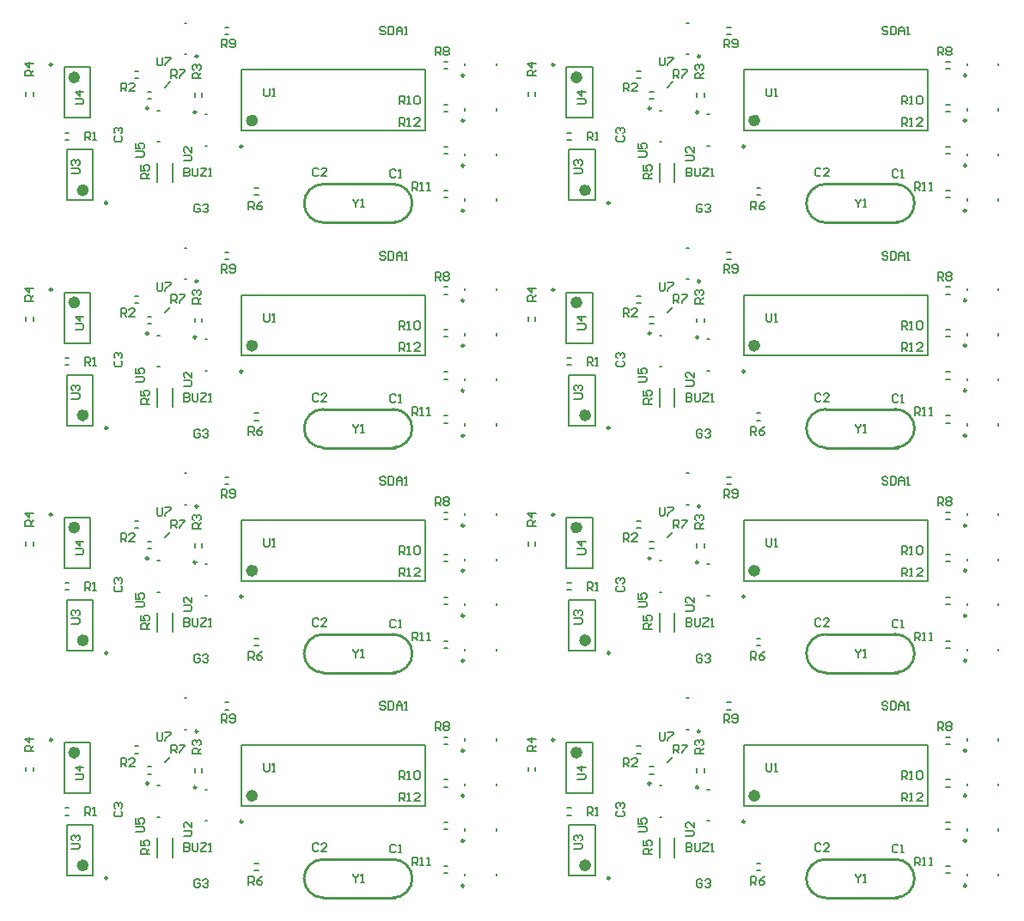
<source format=gto>
%FSLAX25Y25*%
%MOIN*%
G70*
G01*
G75*
%ADD10O,0.02362X0.09055*%
%ADD11R,0.02756X0.03543*%
%ADD12O,0.01969X0.06299*%
%ADD13R,0.03150X0.03543*%
%ADD14R,0.06693X0.02953*%
%ADD15O,0.07087X0.02362*%
%ADD16R,0.03543X0.02756*%
%ADD17R,0.03543X0.03150*%
%ADD18O,0.06299X0.01969*%
%ADD19C,0.02000*%
%ADD20C,0.01000*%
%ADD21C,0.07874*%
%ADD22O,0.03937X0.05906*%
%ADD23C,0.04724*%
%ADD24O,0.05906X0.03937*%
%ADD25C,0.05000*%
%ADD26C,0.00984*%
%ADD27C,0.02362*%
%ADD28C,0.00787*%
%ADD29C,0.00600*%
D20*
X154618Y11197D02*
G03*
X147138Y18677I-7480J0D01*
G01*
X112638Y11177D02*
G03*
X120118Y3697I7480J0D01*
G01*
Y18657D02*
G03*
X112638Y11177I0J-7480D01*
G01*
X147138Y3717D02*
G03*
X154618Y11197I0J7480D01*
G01*
X120118Y3697D02*
X148118D01*
X120118Y18657D02*
X148118D01*
X349500Y11197D02*
G03*
X342020Y18677I-7480J0D01*
G01*
X307520Y11177D02*
G03*
X315000Y3697I7480J0D01*
G01*
Y18657D02*
G03*
X307520Y11177I0J-7480D01*
G01*
X342020Y3717D02*
G03*
X349500Y11197I0J7480D01*
G01*
X315000Y3697D02*
X343000D01*
X315000Y18657D02*
X343000D01*
X154618Y98598D02*
G03*
X147138Y106079I-7480J0D01*
G01*
X112638Y98579D02*
G03*
X120118Y91098I7480J0D01*
G01*
Y106059D02*
G03*
X112638Y98579I0J-7480D01*
G01*
X147138Y91118D02*
G03*
X154618Y98598I0J7480D01*
G01*
X120118Y91098D02*
X148118D01*
X120118Y106059D02*
X148118D01*
X349500Y98598D02*
G03*
X342020Y106079I-7480J0D01*
G01*
X307520Y98579D02*
G03*
X315000Y91098I7480J0D01*
G01*
Y106059D02*
G03*
X307520Y98579I0J-7480D01*
G01*
X342020Y91118D02*
G03*
X349500Y98598I0J7480D01*
G01*
X315000Y91098D02*
X343000D01*
X315000Y106059D02*
X343000D01*
X154618Y186000D02*
G03*
X147138Y193480I-7480J0D01*
G01*
X112638Y185980D02*
G03*
X120118Y178500I7480J0D01*
G01*
Y193461D02*
G03*
X112638Y185980I0J-7480D01*
G01*
X147138Y178520D02*
G03*
X154618Y186000I0J7480D01*
G01*
X120118Y178500D02*
X148118D01*
X120118Y193461D02*
X148118D01*
X349500Y186000D02*
G03*
X342020Y193480I-7480J0D01*
G01*
X307520Y185980D02*
G03*
X315000Y178500I7480J0D01*
G01*
Y193461D02*
G03*
X307520Y185980I0J-7480D01*
G01*
X342020Y178520D02*
G03*
X349500Y186000I0J7480D01*
G01*
X315000Y178500D02*
X343000D01*
X315000Y193461D02*
X343000D01*
X154618Y273402D02*
G03*
X147138Y280882I-7480J0D01*
G01*
X112638Y273382D02*
G03*
X120118Y265902I7480J0D01*
G01*
Y280862D02*
G03*
X112638Y273382I0J-7480D01*
G01*
X147138Y265921D02*
G03*
X154618Y273402I0J7480D01*
G01*
X120118Y265902D02*
X148118D01*
X120118Y280862D02*
X148118D01*
X349500Y273402D02*
G03*
X342020Y280882I-7480J0D01*
G01*
X307520Y273382D02*
G03*
X315000Y265902I7480J0D01*
G01*
Y280862D02*
G03*
X307520Y273382I0J-7480D01*
G01*
X342020Y265921D02*
G03*
X349500Y273402I0J7480D01*
G01*
X315000Y265902D02*
X343000D01*
X315000Y280862D02*
X343000D01*
D26*
X88764Y33283D02*
G03*
X88764Y33283I-492J0D01*
G01*
X174721Y60866D02*
G03*
X174721Y60866I-492J0D01*
G01*
X36347Y11350D02*
G03*
X36347Y11350I-492J0D01*
G01*
X52280Y48087D02*
G03*
X52280Y48087I-492J0D01*
G01*
X71441Y68307D02*
G03*
X71441Y68307I-492J0D01*
G01*
X14874Y65043D02*
G03*
X14874Y65043I-492J0D01*
G01*
X70780Y46587D02*
G03*
X70780Y46587I-492J0D01*
G01*
X174721Y8366D02*
G03*
X174721Y8366I-492J0D01*
G01*
Y25866D02*
G03*
X174721Y25866I-492J0D01*
G01*
Y43366D02*
G03*
X174721Y43366I-492J0D01*
G01*
X283646Y33283D02*
G03*
X283646Y33283I-492J0D01*
G01*
X369602Y60866D02*
G03*
X369602Y60866I-492J0D01*
G01*
X231228Y11350D02*
G03*
X231228Y11350I-492J0D01*
G01*
X247161Y48087D02*
G03*
X247161Y48087I-492J0D01*
G01*
X266323Y68307D02*
G03*
X266323Y68307I-492J0D01*
G01*
X209756Y65043D02*
G03*
X209756Y65043I-492J0D01*
G01*
X265661Y46587D02*
G03*
X265661Y46587I-492J0D01*
G01*
X369602Y8366D02*
G03*
X369602Y8366I-492J0D01*
G01*
Y25866D02*
G03*
X369602Y25866I-492J0D01*
G01*
Y43366D02*
G03*
X369602Y43366I-492J0D01*
G01*
X88764Y120685D02*
G03*
X88764Y120685I-492J0D01*
G01*
X174721Y148268D02*
G03*
X174721Y148268I-492J0D01*
G01*
X36347Y98752D02*
G03*
X36347Y98752I-492J0D01*
G01*
X52280Y135488D02*
G03*
X52280Y135488I-492J0D01*
G01*
X71441Y155709D02*
G03*
X71441Y155709I-492J0D01*
G01*
X14874Y152445D02*
G03*
X14874Y152445I-492J0D01*
G01*
X70780Y133988D02*
G03*
X70780Y133988I-492J0D01*
G01*
X174721Y95768D02*
G03*
X174721Y95768I-492J0D01*
G01*
Y113268D02*
G03*
X174721Y113268I-492J0D01*
G01*
Y130768D02*
G03*
X174721Y130768I-492J0D01*
G01*
X283646Y120685D02*
G03*
X283646Y120685I-492J0D01*
G01*
X369602Y148268D02*
G03*
X369602Y148268I-492J0D01*
G01*
X231228Y98752D02*
G03*
X231228Y98752I-492J0D01*
G01*
X247161Y135488D02*
G03*
X247161Y135488I-492J0D01*
G01*
X266323Y155709D02*
G03*
X266323Y155709I-492J0D01*
G01*
X209756Y152445D02*
G03*
X209756Y152445I-492J0D01*
G01*
X265661Y133988D02*
G03*
X265661Y133988I-492J0D01*
G01*
X369602Y95768D02*
G03*
X369602Y95768I-492J0D01*
G01*
Y113268D02*
G03*
X369602Y113268I-492J0D01*
G01*
Y130768D02*
G03*
X369602Y130768I-492J0D01*
G01*
X88764Y208087D02*
G03*
X88764Y208087I-492J0D01*
G01*
X174721Y235669D02*
G03*
X174721Y235669I-492J0D01*
G01*
X36347Y186153D02*
G03*
X36347Y186153I-492J0D01*
G01*
X52280Y222890D02*
G03*
X52280Y222890I-492J0D01*
G01*
X71441Y243110D02*
G03*
X71441Y243110I-492J0D01*
G01*
X14874Y239846D02*
G03*
X14874Y239846I-492J0D01*
G01*
X70780Y221390D02*
G03*
X70780Y221390I-492J0D01*
G01*
X174721Y183169D02*
G03*
X174721Y183169I-492J0D01*
G01*
Y200669D02*
G03*
X174721Y200669I-492J0D01*
G01*
Y218169D02*
G03*
X174721Y218169I-492J0D01*
G01*
X283646Y208087D02*
G03*
X283646Y208087I-492J0D01*
G01*
X369602Y235669D02*
G03*
X369602Y235669I-492J0D01*
G01*
X231228Y186153D02*
G03*
X231228Y186153I-492J0D01*
G01*
X247161Y222890D02*
G03*
X247161Y222890I-492J0D01*
G01*
X266323Y243110D02*
G03*
X266323Y243110I-492J0D01*
G01*
X209756Y239846D02*
G03*
X209756Y239846I-492J0D01*
G01*
X265661Y221390D02*
G03*
X265661Y221390I-492J0D01*
G01*
X369602Y183169D02*
G03*
X369602Y183169I-492J0D01*
G01*
Y200669D02*
G03*
X369602Y200669I-492J0D01*
G01*
Y218169D02*
G03*
X369602Y218169I-492J0D01*
G01*
X88764Y295488D02*
G03*
X88764Y295488I-492J0D01*
G01*
X174721Y323071D02*
G03*
X174721Y323071I-492J0D01*
G01*
X36347Y273555D02*
G03*
X36347Y273555I-492J0D01*
G01*
X52280Y310291D02*
G03*
X52280Y310291I-492J0D01*
G01*
X71441Y330512D02*
G03*
X71441Y330512I-492J0D01*
G01*
X14874Y327248D02*
G03*
X14874Y327248I-492J0D01*
G01*
X70780Y308791D02*
G03*
X70780Y308791I-492J0D01*
G01*
X174721Y270571D02*
G03*
X174721Y270571I-492J0D01*
G01*
Y288071D02*
G03*
X174721Y288071I-492J0D01*
G01*
Y305571D02*
G03*
X174721Y305571I-492J0D01*
G01*
X283646Y295488D02*
G03*
X283646Y295488I-492J0D01*
G01*
X369602Y323071D02*
G03*
X369602Y323071I-492J0D01*
G01*
X231228Y273555D02*
G03*
X231228Y273555I-492J0D01*
G01*
X247161Y310291D02*
G03*
X247161Y310291I-492J0D01*
G01*
X266323Y330512D02*
G03*
X266323Y330512I-492J0D01*
G01*
X209756Y327248D02*
G03*
X209756Y327248I-492J0D01*
G01*
X265661Y308791D02*
G03*
X265661Y308791I-492J0D01*
G01*
X369602Y270571D02*
G03*
X369602Y270571I-492J0D01*
G01*
Y288071D02*
G03*
X369602Y288071I-492J0D01*
G01*
Y305571D02*
G03*
X369602Y305571I-492J0D01*
G01*
D27*
X93606Y43323D02*
G03*
X93606Y43323I-1181J0D01*
G01*
X27980Y16291D02*
G03*
X27980Y16291I-1181J0D01*
G01*
X24618Y60102D02*
G03*
X24618Y60102I-1181J0D01*
G01*
X288488Y43323D02*
G03*
X288488Y43323I-1181J0D01*
G01*
X222862Y16291D02*
G03*
X222862Y16291I-1181J0D01*
G01*
X219500Y60102D02*
G03*
X219500Y60102I-1181J0D01*
G01*
X93606Y130724D02*
G03*
X93606Y130724I-1181J0D01*
G01*
X27980Y103693D02*
G03*
X27980Y103693I-1181J0D01*
G01*
X24618Y147504D02*
G03*
X24618Y147504I-1181J0D01*
G01*
X288488Y130724D02*
G03*
X288488Y130724I-1181J0D01*
G01*
X222862Y103693D02*
G03*
X222862Y103693I-1181J0D01*
G01*
X219500Y147504D02*
G03*
X219500Y147504I-1181J0D01*
G01*
X93606Y218126D02*
G03*
X93606Y218126I-1181J0D01*
G01*
X27980Y191095D02*
G03*
X27980Y191095I-1181J0D01*
G01*
X24618Y234906D02*
G03*
X24618Y234906I-1181J0D01*
G01*
X288488Y218126D02*
G03*
X288488Y218126I-1181J0D01*
G01*
X222862Y191095D02*
G03*
X222862Y191095I-1181J0D01*
G01*
X219500Y234906D02*
G03*
X219500Y234906I-1181J0D01*
G01*
X93606Y305528D02*
G03*
X93606Y305528I-1181J0D01*
G01*
X27980Y278496D02*
G03*
X27980Y278496I-1181J0D01*
G01*
X24618Y322307D02*
G03*
X24618Y322307I-1181J0D01*
G01*
X288488Y305528D02*
G03*
X288488Y305528I-1181J0D01*
G01*
X222862Y278496D02*
G03*
X222862Y278496I-1181J0D01*
G01*
X219500Y322307D02*
G03*
X219500Y322307I-1181J0D01*
G01*
D28*
X88488Y39386D02*
X159748D01*
X88488Y63008D02*
X159748D01*
X88488Y39386D02*
Y63008D01*
X159748Y39386D02*
Y63008D01*
X81831Y76819D02*
X83406D01*
X81831Y79575D02*
X83406D01*
X166831Y66075D02*
X168405D01*
X166831Y63319D02*
X168405D01*
X166831Y49575D02*
X168405D01*
X166831Y46819D02*
X168405D01*
X187221Y64803D02*
Y65591D01*
X175016Y64803D02*
Y65591D01*
X166831Y13319D02*
X168405D01*
X166831Y16075D02*
X168405D01*
X166831Y30319D02*
X168405D01*
X166831Y33075D02*
X168405D01*
X93331Y14319D02*
X94906D01*
X93331Y17075D02*
X94906D01*
X61571Y19457D02*
Y26937D01*
X55665Y19457D02*
Y26937D01*
X20500Y32039D02*
X30736D01*
X20500Y12354D02*
X30736D01*
X20500D02*
Y32039D01*
X30736Y12354D02*
Y32039D01*
X19831Y38575D02*
X21406D01*
X19831Y35819D02*
X21406D01*
X7496Y52909D02*
Y54484D01*
X4740Y52909D02*
Y54484D01*
X46831Y62575D02*
X48406D01*
X46831Y59819D02*
X48406D01*
X55724Y35094D02*
X56512D01*
X55724Y47299D02*
X56512D01*
X66224Y81299D02*
X67012D01*
X66224Y69095D02*
X67012D01*
X51831Y54575D02*
X53405D01*
X51831Y51819D02*
X53405D01*
X19500Y44354D02*
X29736D01*
X19500Y64039D02*
X29736D01*
Y44354D02*
Y64039D01*
X19500Y44354D02*
Y64039D01*
X74224Y33595D02*
X75012D01*
X74224Y45799D02*
X75012D01*
X72996Y52409D02*
Y53984D01*
X70240Y52409D02*
Y53984D01*
X187221Y12303D02*
Y13091D01*
X175016Y12303D02*
Y13091D01*
X187221Y29803D02*
Y30591D01*
X175016Y29803D02*
Y30591D01*
X187221Y47303D02*
Y48091D01*
X175016Y47303D02*
Y48091D01*
X283370Y39386D02*
X354630D01*
X283370Y63008D02*
X354630D01*
X283370Y39386D02*
Y63008D01*
X354630Y39386D02*
Y63008D01*
X276713Y76819D02*
X278287D01*
X276713Y79575D02*
X278287D01*
X361713Y66075D02*
X363287D01*
X361713Y63319D02*
X363287D01*
X361713Y49575D02*
X363287D01*
X361713Y46819D02*
X363287D01*
X382102Y64803D02*
Y65591D01*
X369898Y64803D02*
Y65591D01*
X361713Y13319D02*
X363287D01*
X361713Y16075D02*
X363287D01*
X361713Y30319D02*
X363287D01*
X361713Y33075D02*
X363287D01*
X288213Y14319D02*
X289787D01*
X288213Y17075D02*
X289787D01*
X256453Y19457D02*
Y26937D01*
X250547Y19457D02*
Y26937D01*
X215382Y32039D02*
X225618D01*
X215382Y12354D02*
X225618D01*
X215382D02*
Y32039D01*
X225618Y12354D02*
Y32039D01*
X214713Y38575D02*
X216287D01*
X214713Y35819D02*
X216287D01*
X202378Y52909D02*
Y54484D01*
X199622Y52909D02*
Y54484D01*
X241713Y62575D02*
X243287D01*
X241713Y59819D02*
X243287D01*
X250606Y35094D02*
X251394D01*
X250606Y47299D02*
X251394D01*
X261106Y81299D02*
X261894D01*
X261106Y69095D02*
X261894D01*
X246713Y54575D02*
X248287D01*
X246713Y51819D02*
X248287D01*
X214382Y44354D02*
X224618D01*
X214382Y64039D02*
X224618D01*
Y44354D02*
Y64039D01*
X214382Y44354D02*
Y64039D01*
X269106Y33595D02*
X269894D01*
X269106Y45799D02*
X269894D01*
X267878Y52409D02*
Y53984D01*
X265122Y52409D02*
Y53984D01*
X382102Y12303D02*
Y13091D01*
X369898Y12303D02*
Y13091D01*
X382102Y29803D02*
Y30591D01*
X369898Y29803D02*
Y30591D01*
X382102Y47303D02*
Y48091D01*
X369898Y47303D02*
Y48091D01*
X88488Y126787D02*
X159748D01*
X88488Y150409D02*
X159748D01*
X88488Y126787D02*
Y150409D01*
X159748Y126787D02*
Y150409D01*
X81831Y164220D02*
X83406D01*
X81831Y166976D02*
X83406D01*
X166831Y153476D02*
X168405D01*
X166831Y150721D02*
X168405D01*
X166831Y136976D02*
X168405D01*
X166831Y134221D02*
X168405D01*
X187221Y152205D02*
Y152992D01*
X175016Y152205D02*
Y152992D01*
X166831Y100721D02*
X168405D01*
X166831Y103476D02*
X168405D01*
X166831Y117720D02*
X168405D01*
X166831Y120476D02*
X168405D01*
X93331Y101720D02*
X94906D01*
X93331Y104476D02*
X94906D01*
X61571Y106858D02*
Y114339D01*
X55665Y106858D02*
Y114339D01*
X20500Y119441D02*
X30736D01*
X20500Y99756D02*
X30736D01*
X20500D02*
Y119441D01*
X30736Y99756D02*
Y119441D01*
X19831Y125976D02*
X21406D01*
X19831Y123221D02*
X21406D01*
X7496Y140311D02*
Y141886D01*
X4740Y140311D02*
Y141886D01*
X46831Y149976D02*
X48406D01*
X46831Y147221D02*
X48406D01*
X55724Y122496D02*
X56512D01*
X55724Y134701D02*
X56512D01*
X66224Y168701D02*
X67012D01*
X66224Y156496D02*
X67012D01*
X51831Y141976D02*
X53405D01*
X51831Y139220D02*
X53405D01*
X19500Y131756D02*
X29736D01*
X19500Y151441D02*
X29736D01*
Y131756D02*
Y151441D01*
X19500Y131756D02*
Y151441D01*
X74224Y120996D02*
X75012D01*
X74224Y133201D02*
X75012D01*
X72996Y139811D02*
Y141386D01*
X70240Y139811D02*
Y141386D01*
X187221Y99705D02*
Y100492D01*
X175016Y99705D02*
Y100492D01*
X187221Y117205D02*
Y117992D01*
X175016Y117205D02*
Y117992D01*
X187221Y134705D02*
Y135492D01*
X175016Y134705D02*
Y135492D01*
X283370Y126787D02*
X354630D01*
X283370Y150409D02*
X354630D01*
X283370Y126787D02*
Y150409D01*
X354630Y126787D02*
Y150409D01*
X276713Y164220D02*
X278287D01*
X276713Y166976D02*
X278287D01*
X361713Y153476D02*
X363287D01*
X361713Y150721D02*
X363287D01*
X361713Y136976D02*
X363287D01*
X361713Y134221D02*
X363287D01*
X382102Y152205D02*
Y152992D01*
X369898Y152205D02*
Y152992D01*
X361713Y100721D02*
X363287D01*
X361713Y103476D02*
X363287D01*
X361713Y117720D02*
X363287D01*
X361713Y120476D02*
X363287D01*
X288213Y101720D02*
X289787D01*
X288213Y104476D02*
X289787D01*
X256453Y106858D02*
Y114339D01*
X250547Y106858D02*
Y114339D01*
X215382Y119441D02*
X225618D01*
X215382Y99756D02*
X225618D01*
X215382D02*
Y119441D01*
X225618Y99756D02*
Y119441D01*
X214713Y125976D02*
X216287D01*
X214713Y123221D02*
X216287D01*
X202378Y140311D02*
Y141886D01*
X199622Y140311D02*
Y141886D01*
X241713Y149976D02*
X243287D01*
X241713Y147221D02*
X243287D01*
X250606Y122496D02*
X251394D01*
X250606Y134701D02*
X251394D01*
X261106Y168701D02*
X261894D01*
X261106Y156496D02*
X261894D01*
X246713Y141976D02*
X248287D01*
X246713Y139220D02*
X248287D01*
X214382Y131756D02*
X224618D01*
X214382Y151441D02*
X224618D01*
Y131756D02*
Y151441D01*
X214382Y131756D02*
Y151441D01*
X269106Y120996D02*
X269894D01*
X269106Y133201D02*
X269894D01*
X267878Y139811D02*
Y141386D01*
X265122Y139811D02*
Y141386D01*
X382102Y99705D02*
Y100492D01*
X369898Y99705D02*
Y100492D01*
X382102Y117205D02*
Y117992D01*
X369898Y117205D02*
Y117992D01*
X382102Y134705D02*
Y135492D01*
X369898Y134705D02*
Y135492D01*
X88488Y214189D02*
X159748D01*
X88488Y237811D02*
X159748D01*
X88488Y214189D02*
Y237811D01*
X159748Y214189D02*
Y237811D01*
X81831Y251622D02*
X83406D01*
X81831Y254378D02*
X83406D01*
X166831Y240878D02*
X168405D01*
X166831Y238122D02*
X168405D01*
X166831Y224378D02*
X168405D01*
X166831Y221622D02*
X168405D01*
X187221Y239606D02*
Y240394D01*
X175016Y239606D02*
Y240394D01*
X166831Y188122D02*
X168405D01*
X166831Y190878D02*
X168405D01*
X166831Y205122D02*
X168405D01*
X166831Y207878D02*
X168405D01*
X93331Y189122D02*
X94906D01*
X93331Y191878D02*
X94906D01*
X61571Y194260D02*
Y201740D01*
X55665Y194260D02*
Y201740D01*
X20500Y206842D02*
X30736D01*
X20500Y187157D02*
X30736D01*
X20500D02*
Y206842D01*
X30736Y187157D02*
Y206842D01*
X19831Y213378D02*
X21406D01*
X19831Y210622D02*
X21406D01*
X7496Y227713D02*
Y229287D01*
X4740Y227713D02*
Y229287D01*
X46831Y237378D02*
X48406D01*
X46831Y234622D02*
X48406D01*
X55724Y209898D02*
X56512D01*
X55724Y222102D02*
X56512D01*
X66224Y256102D02*
X67012D01*
X66224Y243898D02*
X67012D01*
X51831Y229378D02*
X53405D01*
X51831Y226622D02*
X53405D01*
X19500Y219158D02*
X29736D01*
X19500Y238843D02*
X29736D01*
Y219158D02*
Y238843D01*
X19500Y219158D02*
Y238843D01*
X74224Y208398D02*
X75012D01*
X74224Y220602D02*
X75012D01*
X72996Y227213D02*
Y228787D01*
X70240Y227213D02*
Y228787D01*
X187221Y187106D02*
Y187894D01*
X175016Y187106D02*
Y187894D01*
X187221Y204606D02*
Y205394D01*
X175016Y204606D02*
Y205394D01*
X187221Y222106D02*
Y222894D01*
X175016Y222106D02*
Y222894D01*
X283370Y214189D02*
X354630D01*
X283370Y237811D02*
X354630D01*
X283370Y214189D02*
Y237811D01*
X354630Y214189D02*
Y237811D01*
X276713Y251622D02*
X278287D01*
X276713Y254378D02*
X278287D01*
X361713Y240878D02*
X363287D01*
X361713Y238122D02*
X363287D01*
X361713Y224378D02*
X363287D01*
X361713Y221622D02*
X363287D01*
X382102Y239606D02*
Y240394D01*
X369898Y239606D02*
Y240394D01*
X361713Y188122D02*
X363287D01*
X361713Y190878D02*
X363287D01*
X361713Y205122D02*
X363287D01*
X361713Y207878D02*
X363287D01*
X288213Y189122D02*
X289787D01*
X288213Y191878D02*
X289787D01*
X256453Y194260D02*
Y201740D01*
X250547Y194260D02*
Y201740D01*
X215382Y206842D02*
X225618D01*
X215382Y187157D02*
X225618D01*
X215382D02*
Y206842D01*
X225618Y187157D02*
Y206842D01*
X214713Y213378D02*
X216287D01*
X214713Y210622D02*
X216287D01*
X202378Y227713D02*
Y229287D01*
X199622Y227713D02*
Y229287D01*
X241713Y237378D02*
X243287D01*
X241713Y234622D02*
X243287D01*
X250606Y209898D02*
X251394D01*
X250606Y222102D02*
X251394D01*
X261106Y256102D02*
X261894D01*
X261106Y243898D02*
X261894D01*
X246713Y229378D02*
X248287D01*
X246713Y226622D02*
X248287D01*
X214382Y219158D02*
X224618D01*
X214382Y238843D02*
X224618D01*
Y219158D02*
Y238843D01*
X214382Y219158D02*
Y238843D01*
X269106Y208398D02*
X269894D01*
X269106Y220602D02*
X269894D01*
X267878Y227213D02*
Y228787D01*
X265122Y227213D02*
Y228787D01*
X382102Y187106D02*
Y187894D01*
X369898Y187106D02*
Y187894D01*
X382102Y204606D02*
Y205394D01*
X369898Y204606D02*
Y205394D01*
X382102Y222106D02*
Y222894D01*
X369898Y222106D02*
Y222894D01*
X88488Y301590D02*
X159748D01*
X88488Y325213D02*
X159748D01*
X88488Y301590D02*
Y325213D01*
X159748Y301590D02*
Y325213D01*
X81831Y339024D02*
X83406D01*
X81831Y341779D02*
X83406D01*
X166831Y328279D02*
X168405D01*
X166831Y325524D02*
X168405D01*
X166831Y311779D02*
X168405D01*
X166831Y309024D02*
X168405D01*
X187221Y327008D02*
Y327795D01*
X175016Y327008D02*
Y327795D01*
X166831Y275524D02*
X168405D01*
X166831Y278279D02*
X168405D01*
X166831Y292524D02*
X168405D01*
X166831Y295280D02*
X168405D01*
X93331Y276524D02*
X94906D01*
X93331Y279279D02*
X94906D01*
X61571Y281661D02*
Y289142D01*
X55665Y281661D02*
Y289142D01*
X20500Y294244D02*
X30736D01*
X20500Y274559D02*
X30736D01*
X20500D02*
Y294244D01*
X30736Y274559D02*
Y294244D01*
X19831Y300780D02*
X21406D01*
X19831Y298024D02*
X21406D01*
X7496Y315114D02*
Y316689D01*
X4740Y315114D02*
Y316689D01*
X46831Y324780D02*
X48406D01*
X46831Y322024D02*
X48406D01*
X55724Y297299D02*
X56512D01*
X55724Y309504D02*
X56512D01*
X66224Y343504D02*
X67012D01*
X66224Y331299D02*
X67012D01*
X51831Y316779D02*
X53405D01*
X51831Y314024D02*
X53405D01*
X19500Y306559D02*
X29736D01*
X19500Y326244D02*
X29736D01*
Y306559D02*
Y326244D01*
X19500Y306559D02*
Y326244D01*
X74224Y295799D02*
X75012D01*
X74224Y308004D02*
X75012D01*
X72996Y314614D02*
Y316189D01*
X70240Y314614D02*
Y316189D01*
X187221Y274508D02*
Y275295D01*
X175016Y274508D02*
Y275295D01*
X187221Y292008D02*
Y292795D01*
X175016Y292008D02*
Y292795D01*
X187221Y309508D02*
Y310295D01*
X175016Y309508D02*
Y310295D01*
X283370Y301590D02*
X354630D01*
X283370Y325213D02*
X354630D01*
X283370Y301590D02*
Y325213D01*
X354630Y301590D02*
Y325213D01*
X276713Y339024D02*
X278287D01*
X276713Y341779D02*
X278287D01*
X361713Y328279D02*
X363287D01*
X361713Y325524D02*
X363287D01*
X361713Y311779D02*
X363287D01*
X361713Y309024D02*
X363287D01*
X382102Y327008D02*
Y327795D01*
X369898Y327008D02*
Y327795D01*
X361713Y275524D02*
X363287D01*
X361713Y278279D02*
X363287D01*
X361713Y292524D02*
X363287D01*
X361713Y295280D02*
X363287D01*
X288213Y276524D02*
X289787D01*
X288213Y279279D02*
X289787D01*
X256453Y281661D02*
Y289142D01*
X250547Y281661D02*
Y289142D01*
X215382Y294244D02*
X225618D01*
X215382Y274559D02*
X225618D01*
X215382D02*
Y294244D01*
X225618Y274559D02*
Y294244D01*
X214713Y300780D02*
X216287D01*
X214713Y298024D02*
X216287D01*
X202378Y315114D02*
Y316689D01*
X199622Y315114D02*
Y316689D01*
X241713Y324780D02*
X243287D01*
X241713Y322024D02*
X243287D01*
X250606Y297299D02*
X251394D01*
X250606Y309504D02*
X251394D01*
X261106Y343504D02*
X261894D01*
X261106Y331299D02*
X261894D01*
X246713Y316779D02*
X248287D01*
X246713Y314024D02*
X248287D01*
X214382Y306559D02*
X224618D01*
X214382Y326244D02*
X224618D01*
Y306559D02*
Y326244D01*
X214382Y306559D02*
Y326244D01*
X269106Y295799D02*
X269894D01*
X269106Y308004D02*
X269894D01*
X267878Y314614D02*
Y316189D01*
X265122Y314614D02*
Y316189D01*
X382102Y274508D02*
Y275295D01*
X369898Y274508D02*
Y275295D01*
X382102Y292008D02*
Y292795D01*
X369898Y292008D02*
Y292795D01*
X382102Y309508D02*
Y310295D01*
X369898Y309508D02*
Y310295D01*
D29*
X58618Y56197D02*
X60793Y58372D01*
X66118Y24896D02*
Y21697D01*
X67718D01*
X68251Y22230D01*
Y22763D01*
X67718Y23296D01*
X66118D01*
X67718D01*
X68251Y23830D01*
Y24363D01*
X67718Y24896D01*
X66118D01*
X69317D02*
Y22230D01*
X69850Y21697D01*
X70917D01*
X71450Y22230D01*
Y24896D01*
X72516D02*
X74649D01*
Y24363D01*
X72516Y22230D01*
Y21697D01*
X74649D01*
X75715D02*
X76781D01*
X76248D01*
Y24896D01*
X75715Y24363D01*
X148251Y23863D02*
X147718Y24396D01*
X146651D01*
X146118Y23863D01*
Y21730D01*
X146651Y21197D01*
X147718D01*
X148251Y21730D01*
X149317Y21197D02*
X150383D01*
X149850D01*
Y24396D01*
X149317Y23863D01*
X118251Y24363D02*
X117718Y24896D01*
X116651D01*
X116118Y24363D01*
Y22230D01*
X116651Y21697D01*
X117718D01*
X118251Y22230D01*
X121450Y21697D02*
X119317D01*
X121450Y23830D01*
Y24363D01*
X120917Y24896D01*
X119850D01*
X119317Y24363D01*
X39452Y37330D02*
X38919Y36796D01*
Y35730D01*
X39452Y35197D01*
X41585D01*
X42118Y35730D01*
Y36796D01*
X41585Y37330D01*
X39452Y38396D02*
X38919Y38929D01*
Y39995D01*
X39452Y40529D01*
X39985D01*
X40519Y39995D01*
Y39462D01*
Y39995D01*
X41052Y40529D01*
X41585D01*
X42118Y39995D01*
Y38929D01*
X41585Y38396D01*
X72251Y10363D02*
X71718Y10896D01*
X70651D01*
X70118Y10363D01*
Y8230D01*
X70651Y7697D01*
X71718D01*
X72251Y8230D01*
Y9296D01*
X71184D01*
X73317Y10363D02*
X73850Y10896D01*
X74917D01*
X75450Y10363D01*
Y9830D01*
X74917Y9296D01*
X74383D01*
X74917D01*
X75450Y8763D01*
Y8230D01*
X74917Y7697D01*
X73850D01*
X73317Y8230D01*
X27618Y35697D02*
Y38896D01*
X29218D01*
X29751Y38363D01*
Y37296D01*
X29218Y36763D01*
X27618D01*
X28684D02*
X29751Y35697D01*
X30817D02*
X31883D01*
X31350D01*
Y38896D01*
X30817Y38363D01*
X41618Y54697D02*
Y57896D01*
X43218D01*
X43751Y57363D01*
Y56296D01*
X43218Y55763D01*
X41618D01*
X42684D02*
X43751Y54697D01*
X46950D02*
X44817D01*
X46950Y56830D01*
Y57363D01*
X46417Y57896D01*
X45350D01*
X44817Y57363D01*
X72618Y59697D02*
X69419D01*
Y61296D01*
X69952Y61830D01*
X71019D01*
X71552Y61296D01*
Y59697D01*
Y60763D02*
X72618Y61830D01*
X69952Y62896D02*
X69419Y63429D01*
Y64495D01*
X69952Y65029D01*
X70486D01*
X71019Y64495D01*
Y63962D01*
Y64495D01*
X71552Y65029D01*
X72085D01*
X72618Y64495D01*
Y63429D01*
X72085Y62896D01*
X7618Y60697D02*
X4419D01*
Y62296D01*
X4952Y62830D01*
X6019D01*
X6552Y62296D01*
Y60697D01*
Y61763D02*
X7618Y62830D01*
Y65495D02*
X4419D01*
X6019Y63896D01*
Y66028D01*
X52618Y20697D02*
X49419D01*
Y22296D01*
X49952Y22829D01*
X51019D01*
X51552Y22296D01*
Y20697D01*
Y21763D02*
X52618Y22829D01*
X49419Y26028D02*
Y23896D01*
X51019D01*
X50485Y24962D01*
Y25495D01*
X51019Y26028D01*
X52085D01*
X52618Y25495D01*
Y24429D01*
X52085Y23896D01*
X91118Y8697D02*
Y11896D01*
X92718D01*
X93251Y11363D01*
Y10296D01*
X92718Y9763D01*
X91118D01*
X92184D02*
X93251Y8697D01*
X96450Y11896D02*
X95383Y11363D01*
X94317Y10296D01*
Y9230D01*
X94850Y8697D01*
X95917D01*
X96450Y9230D01*
Y9763D01*
X95917Y10296D01*
X94317D01*
X61118Y59894D02*
Y63092D01*
X62718D01*
X63251Y62559D01*
Y61493D01*
X62718Y60960D01*
X61118D01*
X62184D02*
X63251Y59894D01*
X64317Y63092D02*
X66450D01*
Y62559D01*
X64317Y60427D01*
Y59894D01*
X163618Y68697D02*
Y71896D01*
X165218D01*
X165751Y71363D01*
Y70296D01*
X165218Y69763D01*
X163618D01*
X164684D02*
X165751Y68697D01*
X166817Y71363D02*
X167350Y71896D01*
X168417D01*
X168950Y71363D01*
Y70829D01*
X168417Y70296D01*
X168950Y69763D01*
Y69230D01*
X168417Y68697D01*
X167350D01*
X166817Y69230D01*
Y69763D01*
X167350Y70296D01*
X166817Y70829D01*
Y71363D01*
X167350Y70296D02*
X168417D01*
X80618Y71697D02*
Y74896D01*
X82218D01*
X82751Y74363D01*
Y73296D01*
X82218Y72763D01*
X80618D01*
X81684D02*
X82751Y71697D01*
X83817Y72230D02*
X84350Y71697D01*
X85417D01*
X85950Y72230D01*
Y74363D01*
X85417Y74896D01*
X84350D01*
X83817Y74363D01*
Y73830D01*
X84350Y73296D01*
X85950D01*
X149618Y49697D02*
Y52896D01*
X151218D01*
X151751Y52363D01*
Y51296D01*
X151218Y50763D01*
X149618D01*
X150684D02*
X151751Y49697D01*
X152817D02*
X153883D01*
X153350D01*
Y52896D01*
X152817Y52363D01*
X155483D02*
X156016Y52896D01*
X157082D01*
X157615Y52363D01*
Y50230D01*
X157082Y49697D01*
X156016D01*
X155483Y50230D01*
Y52363D01*
X154618Y16197D02*
Y19396D01*
X156218D01*
X156751Y18863D01*
Y17796D01*
X156218Y17263D01*
X154618D01*
X155684D02*
X156751Y16197D01*
X157817D02*
X158883D01*
X158350D01*
Y19396D01*
X157817Y18863D01*
X160483Y16197D02*
X161549D01*
X161016D01*
Y19396D01*
X160483Y18863D01*
X149618Y41197D02*
Y44396D01*
X151218D01*
X151751Y43863D01*
Y42796D01*
X151218Y42263D01*
X149618D01*
X150684D02*
X151751Y41197D01*
X152817D02*
X153883D01*
X153350D01*
Y44396D01*
X152817Y43863D01*
X157615Y41197D02*
X155483D01*
X157615Y43330D01*
Y43863D01*
X157082Y44396D01*
X156016D01*
X155483Y43863D01*
X144251Y79363D02*
X143718Y79896D01*
X142651D01*
X142118Y79363D01*
Y78829D01*
X142651Y78296D01*
X143718D01*
X144251Y77763D01*
Y77230D01*
X143718Y76697D01*
X142651D01*
X142118Y77230D01*
X145317Y79896D02*
Y76697D01*
X146917D01*
X147450Y77230D01*
Y79363D01*
X146917Y79896D01*
X145317D01*
X148516Y76697D02*
Y78829D01*
X149582Y79896D01*
X150649Y78829D01*
Y76697D01*
Y78296D01*
X148516D01*
X151715Y76697D02*
X152781D01*
X152248D01*
Y79896D01*
X151715Y79363D01*
X97118Y55896D02*
Y53230D01*
X97651Y52697D01*
X98718D01*
X99251Y53230D01*
Y55896D01*
X100317Y52697D02*
X101383D01*
X100850D01*
Y55896D01*
X100317Y55363D01*
X65919Y27697D02*
X68585D01*
X69118Y28230D01*
Y29296D01*
X68585Y29829D01*
X65919D01*
X69118Y33029D02*
Y30896D01*
X66985Y33029D01*
X66452D01*
X65919Y32495D01*
Y31429D01*
X66452Y30896D01*
X22419Y22697D02*
X25085D01*
X25618Y23230D01*
Y24296D01*
X25085Y24829D01*
X22419D01*
X22952Y25896D02*
X22419Y26429D01*
Y27495D01*
X22952Y28029D01*
X23485D01*
X24019Y27495D01*
Y26962D01*
Y27495D01*
X24552Y28029D01*
X25085D01*
X25618Y27495D01*
Y26429D01*
X25085Y25896D01*
X23919Y49697D02*
X26585D01*
X27118Y50230D01*
Y51296D01*
X26585Y51829D01*
X23919D01*
X27118Y54495D02*
X23919D01*
X25519Y52896D01*
Y55028D01*
X47419Y29197D02*
X50085D01*
X50618Y29730D01*
Y30796D01*
X50085Y31330D01*
X47419D01*
Y34528D02*
Y32396D01*
X49019D01*
X48485Y33462D01*
Y33995D01*
X49019Y34528D01*
X50085D01*
X50618Y33995D01*
Y32929D01*
X50085Y32396D01*
X55618Y67896D02*
Y65230D01*
X56151Y64697D01*
X57218D01*
X57751Y65230D01*
Y67896D01*
X58817D02*
X60950D01*
Y67363D01*
X58817Y65230D01*
Y64697D01*
X131618Y12896D02*
Y12363D01*
X132684Y11296D01*
X133751Y12363D01*
Y12896D01*
X132684Y11296D02*
Y9697D01*
X134817D02*
X135883D01*
X135350D01*
Y12896D01*
X134817Y12363D01*
X253500Y56197D02*
X255675Y58372D01*
X261000Y24896D02*
Y21697D01*
X262599D01*
X263133Y22230D01*
Y22763D01*
X262599Y23296D01*
X261000D01*
X262599D01*
X263133Y23830D01*
Y24363D01*
X262599Y24896D01*
X261000D01*
X264199D02*
Y22230D01*
X264732Y21697D01*
X265798D01*
X266332Y22230D01*
Y24896D01*
X267398D02*
X269531D01*
Y24363D01*
X267398Y22230D01*
Y21697D01*
X269531D01*
X270597D02*
X271663D01*
X271130D01*
Y24896D01*
X270597Y24363D01*
X343133Y23863D02*
X342600Y24396D01*
X341533D01*
X341000Y23863D01*
Y21730D01*
X341533Y21197D01*
X342600D01*
X343133Y21730D01*
X344199Y21197D02*
X345265D01*
X344732D01*
Y24396D01*
X344199Y23863D01*
X313133Y24363D02*
X312599Y24896D01*
X311533D01*
X311000Y24363D01*
Y22230D01*
X311533Y21697D01*
X312599D01*
X313133Y22230D01*
X316332Y21697D02*
X314199D01*
X316332Y23830D01*
Y24363D01*
X315798Y24896D01*
X314732D01*
X314199Y24363D01*
X234334Y37330D02*
X233801Y36796D01*
Y35730D01*
X234334Y35197D01*
X236467D01*
X237000Y35730D01*
Y36796D01*
X236467Y37330D01*
X234334Y38396D02*
X233801Y38929D01*
Y39995D01*
X234334Y40529D01*
X234867D01*
X235401Y39995D01*
Y39462D01*
Y39995D01*
X235934Y40529D01*
X236467D01*
X237000Y39995D01*
Y38929D01*
X236467Y38396D01*
X267133Y10363D02*
X266599Y10896D01*
X265533D01*
X265000Y10363D01*
Y8230D01*
X265533Y7697D01*
X266599D01*
X267133Y8230D01*
Y9296D01*
X266066D01*
X268199Y10363D02*
X268732Y10896D01*
X269798D01*
X270332Y10363D01*
Y9830D01*
X269798Y9296D01*
X269265D01*
X269798D01*
X270332Y8763D01*
Y8230D01*
X269798Y7697D01*
X268732D01*
X268199Y8230D01*
X222500Y35697D02*
Y38896D01*
X224099D01*
X224633Y38363D01*
Y37296D01*
X224099Y36763D01*
X222500D01*
X223566D02*
X224633Y35697D01*
X225699D02*
X226765D01*
X226232D01*
Y38896D01*
X225699Y38363D01*
X236500Y54697D02*
Y57896D01*
X238100D01*
X238633Y57363D01*
Y56296D01*
X238100Y55763D01*
X236500D01*
X237566D02*
X238633Y54697D01*
X241832D02*
X239699D01*
X241832Y56830D01*
Y57363D01*
X241299Y57896D01*
X240232D01*
X239699Y57363D01*
X267500Y59697D02*
X264301D01*
Y61296D01*
X264834Y61830D01*
X265900D01*
X266434Y61296D01*
Y59697D01*
Y60763D02*
X267500Y61830D01*
X264834Y62896D02*
X264301Y63429D01*
Y64495D01*
X264834Y65029D01*
X265367D01*
X265900Y64495D01*
Y63962D01*
Y64495D01*
X266434Y65029D01*
X266967D01*
X267500Y64495D01*
Y63429D01*
X266967Y62896D01*
X202500Y60697D02*
X199301D01*
Y62296D01*
X199834Y62830D01*
X200901D01*
X201434Y62296D01*
Y60697D01*
Y61763D02*
X202500Y62830D01*
Y65495D02*
X199301D01*
X200901Y63896D01*
Y66028D01*
X247500Y20697D02*
X244301D01*
Y22296D01*
X244834Y22829D01*
X245901D01*
X246434Y22296D01*
Y20697D01*
Y21763D02*
X247500Y22829D01*
X244301Y26028D02*
Y23896D01*
X245901D01*
X245367Y24962D01*
Y25495D01*
X245901Y26028D01*
X246967D01*
X247500Y25495D01*
Y24429D01*
X246967Y23896D01*
X286000Y8697D02*
Y11896D01*
X287599D01*
X288133Y11363D01*
Y10296D01*
X287599Y9763D01*
X286000D01*
X287066D02*
X288133Y8697D01*
X291332Y11896D02*
X290265Y11363D01*
X289199Y10296D01*
Y9230D01*
X289732Y8697D01*
X290798D01*
X291332Y9230D01*
Y9763D01*
X290798Y10296D01*
X289199D01*
X256000Y59894D02*
Y63092D01*
X257599D01*
X258133Y62559D01*
Y61493D01*
X257599Y60960D01*
X256000D01*
X257066D02*
X258133Y59894D01*
X259199Y63092D02*
X261332D01*
Y62559D01*
X259199Y60427D01*
Y59894D01*
X358500Y68697D02*
Y71896D01*
X360100D01*
X360633Y71363D01*
Y70296D01*
X360100Y69763D01*
X358500D01*
X359566D02*
X360633Y68697D01*
X361699Y71363D02*
X362232Y71896D01*
X363299D01*
X363832Y71363D01*
Y70829D01*
X363299Y70296D01*
X363832Y69763D01*
Y69230D01*
X363299Y68697D01*
X362232D01*
X361699Y69230D01*
Y69763D01*
X362232Y70296D01*
X361699Y70829D01*
Y71363D01*
X362232Y70296D02*
X363299D01*
X275500Y71697D02*
Y74896D01*
X277099D01*
X277633Y74363D01*
Y73296D01*
X277099Y72763D01*
X275500D01*
X276566D02*
X277633Y71697D01*
X278699Y72230D02*
X279232Y71697D01*
X280298D01*
X280832Y72230D01*
Y74363D01*
X280298Y74896D01*
X279232D01*
X278699Y74363D01*
Y73830D01*
X279232Y73296D01*
X280832D01*
X344500Y49697D02*
Y52896D01*
X346099D01*
X346633Y52363D01*
Y51296D01*
X346099Y50763D01*
X344500D01*
X345566D02*
X346633Y49697D01*
X347699D02*
X348765D01*
X348232D01*
Y52896D01*
X347699Y52363D01*
X350365D02*
X350898Y52896D01*
X351964D01*
X352497Y52363D01*
Y50230D01*
X351964Y49697D01*
X350898D01*
X350365Y50230D01*
Y52363D01*
X349500Y16197D02*
Y19396D01*
X351099D01*
X351633Y18863D01*
Y17796D01*
X351099Y17263D01*
X349500D01*
X350566D02*
X351633Y16197D01*
X352699D02*
X353765D01*
X353232D01*
Y19396D01*
X352699Y18863D01*
X355365Y16197D02*
X356431D01*
X355898D01*
Y19396D01*
X355365Y18863D01*
X344500Y41197D02*
Y44396D01*
X346099D01*
X346633Y43863D01*
Y42796D01*
X346099Y42263D01*
X344500D01*
X345566D02*
X346633Y41197D01*
X347699D02*
X348765D01*
X348232D01*
Y44396D01*
X347699Y43863D01*
X352497Y41197D02*
X350365D01*
X352497Y43330D01*
Y43863D01*
X351964Y44396D01*
X350898D01*
X350365Y43863D01*
X339133Y79363D02*
X338599Y79896D01*
X337533D01*
X337000Y79363D01*
Y78829D01*
X337533Y78296D01*
X338599D01*
X339133Y77763D01*
Y77230D01*
X338599Y76697D01*
X337533D01*
X337000Y77230D01*
X340199Y79896D02*
Y76697D01*
X341798D01*
X342332Y77230D01*
Y79363D01*
X341798Y79896D01*
X340199D01*
X343398Y76697D02*
Y78829D01*
X344464Y79896D01*
X345531Y78829D01*
Y76697D01*
Y78296D01*
X343398D01*
X346597Y76697D02*
X347663D01*
X347130D01*
Y79896D01*
X346597Y79363D01*
X292000Y55896D02*
Y53230D01*
X292533Y52697D01*
X293600D01*
X294133Y53230D01*
Y55896D01*
X295199Y52697D02*
X296265D01*
X295732D01*
Y55896D01*
X295199Y55363D01*
X260801Y27697D02*
X263467D01*
X264000Y28230D01*
Y29296D01*
X263467Y29829D01*
X260801D01*
X264000Y33029D02*
Y30896D01*
X261867Y33029D01*
X261334D01*
X260801Y32495D01*
Y31429D01*
X261334Y30896D01*
X217301Y22697D02*
X219967D01*
X220500Y23230D01*
Y24296D01*
X219967Y24829D01*
X217301D01*
X217834Y25896D02*
X217301Y26429D01*
Y27495D01*
X217834Y28029D01*
X218367D01*
X218900Y27495D01*
Y26962D01*
Y27495D01*
X219434Y28029D01*
X219967D01*
X220500Y27495D01*
Y26429D01*
X219967Y25896D01*
X218801Y49697D02*
X221467D01*
X222000Y50230D01*
Y51296D01*
X221467Y51829D01*
X218801D01*
X222000Y54495D02*
X218801D01*
X220401Y52896D01*
Y55028D01*
X242301Y29197D02*
X244967D01*
X245500Y29730D01*
Y30796D01*
X244967Y31330D01*
X242301D01*
Y34528D02*
Y32396D01*
X243900D01*
X243367Y33462D01*
Y33995D01*
X243900Y34528D01*
X244967D01*
X245500Y33995D01*
Y32929D01*
X244967Y32396D01*
X250500Y67896D02*
Y65230D01*
X251033Y64697D01*
X252099D01*
X252633Y65230D01*
Y67896D01*
X253699D02*
X255832D01*
Y67363D01*
X253699Y65230D01*
Y64697D01*
X326500Y12896D02*
Y12363D01*
X327566Y11296D01*
X328633Y12363D01*
Y12896D01*
X327566Y11296D02*
Y9697D01*
X329699D02*
X330765D01*
X330232D01*
Y12896D01*
X329699Y12363D01*
X58618Y143598D02*
X60793Y145773D01*
X66118Y112297D02*
Y109098D01*
X67718D01*
X68251Y109632D01*
Y110165D01*
X67718Y110698D01*
X66118D01*
X67718D01*
X68251Y111231D01*
Y111764D01*
X67718Y112297D01*
X66118D01*
X69317D02*
Y109632D01*
X69850Y109098D01*
X70917D01*
X71450Y109632D01*
Y112297D01*
X72516D02*
X74649D01*
Y111764D01*
X72516Y109632D01*
Y109098D01*
X74649D01*
X75715D02*
X76781D01*
X76248D01*
Y112297D01*
X75715Y111764D01*
X148251Y111264D02*
X147718Y111797D01*
X146651D01*
X146118Y111264D01*
Y109132D01*
X146651Y108598D01*
X147718D01*
X148251Y109132D01*
X149317Y108598D02*
X150383D01*
X149850D01*
Y111797D01*
X149317Y111264D01*
X118251Y111764D02*
X117718Y112297D01*
X116651D01*
X116118Y111764D01*
Y109632D01*
X116651Y109098D01*
X117718D01*
X118251Y109632D01*
X121450Y109098D02*
X119317D01*
X121450Y111231D01*
Y111764D01*
X120917Y112297D01*
X119850D01*
X119317Y111764D01*
X39452Y124731D02*
X38919Y124198D01*
Y123132D01*
X39452Y122598D01*
X41585D01*
X42118Y123132D01*
Y124198D01*
X41585Y124731D01*
X39452Y125797D02*
X38919Y126331D01*
Y127397D01*
X39452Y127930D01*
X39985D01*
X40519Y127397D01*
Y126864D01*
Y127397D01*
X41052Y127930D01*
X41585D01*
X42118Y127397D01*
Y126331D01*
X41585Y125797D01*
X72251Y97764D02*
X71718Y98297D01*
X70651D01*
X70118Y97764D01*
Y95632D01*
X70651Y95098D01*
X71718D01*
X72251Y95632D01*
Y96698D01*
X71184D01*
X73317Y97764D02*
X73850Y98297D01*
X74917D01*
X75450Y97764D01*
Y97231D01*
X74917Y96698D01*
X74383D01*
X74917D01*
X75450Y96165D01*
Y95632D01*
X74917Y95098D01*
X73850D01*
X73317Y95632D01*
X27618Y123098D02*
Y126297D01*
X29218D01*
X29751Y125764D01*
Y124698D01*
X29218Y124165D01*
X27618D01*
X28684D02*
X29751Y123098D01*
X30817D02*
X31883D01*
X31350D01*
Y126297D01*
X30817Y125764D01*
X41618Y142098D02*
Y145297D01*
X43218D01*
X43751Y144764D01*
Y143698D01*
X43218Y143165D01*
X41618D01*
X42684D02*
X43751Y142098D01*
X46950D02*
X44817D01*
X46950Y144231D01*
Y144764D01*
X46417Y145297D01*
X45350D01*
X44817Y144764D01*
X72618Y147098D02*
X69419D01*
Y148698D01*
X69952Y149231D01*
X71019D01*
X71552Y148698D01*
Y147098D01*
Y148165D02*
X72618Y149231D01*
X69952Y150297D02*
X69419Y150831D01*
Y151897D01*
X69952Y152430D01*
X70486D01*
X71019Y151897D01*
Y151364D01*
Y151897D01*
X71552Y152430D01*
X72085D01*
X72618Y151897D01*
Y150831D01*
X72085Y150297D01*
X7618Y148098D02*
X4419D01*
Y149698D01*
X4952Y150231D01*
X6019D01*
X6552Y149698D01*
Y148098D01*
Y149165D02*
X7618Y150231D01*
Y152897D02*
X4419D01*
X6019Y151297D01*
Y153430D01*
X52618Y108098D02*
X49419D01*
Y109698D01*
X49952Y110231D01*
X51019D01*
X51552Y109698D01*
Y108098D01*
Y109165D02*
X52618Y110231D01*
X49419Y113430D02*
Y111297D01*
X51019D01*
X50485Y112364D01*
Y112897D01*
X51019Y113430D01*
X52085D01*
X52618Y112897D01*
Y111831D01*
X52085Y111297D01*
X91118Y96098D02*
Y99297D01*
X92718D01*
X93251Y98764D01*
Y97698D01*
X92718Y97165D01*
X91118D01*
X92184D02*
X93251Y96098D01*
X96450Y99297D02*
X95383Y98764D01*
X94317Y97698D01*
Y96632D01*
X94850Y96098D01*
X95917D01*
X96450Y96632D01*
Y97165D01*
X95917Y97698D01*
X94317D01*
X61118Y147295D02*
Y150494D01*
X62718D01*
X63251Y149961D01*
Y148895D01*
X62718Y148361D01*
X61118D01*
X62184D02*
X63251Y147295D01*
X64317Y150494D02*
X66450D01*
Y149961D01*
X64317Y147828D01*
Y147295D01*
X163618Y156098D02*
Y159297D01*
X165218D01*
X165751Y158764D01*
Y157698D01*
X165218Y157165D01*
X163618D01*
X164684D02*
X165751Y156098D01*
X166817Y158764D02*
X167350Y159297D01*
X168417D01*
X168950Y158764D01*
Y158231D01*
X168417Y157698D01*
X168950Y157165D01*
Y156632D01*
X168417Y156098D01*
X167350D01*
X166817Y156632D01*
Y157165D01*
X167350Y157698D01*
X166817Y158231D01*
Y158764D01*
X167350Y157698D02*
X168417D01*
X80618Y159098D02*
Y162297D01*
X82218D01*
X82751Y161764D01*
Y160698D01*
X82218Y160165D01*
X80618D01*
X81684D02*
X82751Y159098D01*
X83817Y159632D02*
X84350Y159098D01*
X85417D01*
X85950Y159632D01*
Y161764D01*
X85417Y162297D01*
X84350D01*
X83817Y161764D01*
Y161231D01*
X84350Y160698D01*
X85950D01*
X149618Y137098D02*
Y140297D01*
X151218D01*
X151751Y139764D01*
Y138698D01*
X151218Y138165D01*
X149618D01*
X150684D02*
X151751Y137098D01*
X152817D02*
X153883D01*
X153350D01*
Y140297D01*
X152817Y139764D01*
X155483D02*
X156016Y140297D01*
X157082D01*
X157615Y139764D01*
Y137632D01*
X157082Y137098D01*
X156016D01*
X155483Y137632D01*
Y139764D01*
X154618Y103598D02*
Y106797D01*
X156218D01*
X156751Y106264D01*
Y105198D01*
X156218Y104665D01*
X154618D01*
X155684D02*
X156751Y103598D01*
X157817D02*
X158883D01*
X158350D01*
Y106797D01*
X157817Y106264D01*
X160483Y103598D02*
X161549D01*
X161016D01*
Y106797D01*
X160483Y106264D01*
X149618Y128598D02*
Y131797D01*
X151218D01*
X151751Y131264D01*
Y130198D01*
X151218Y129665D01*
X149618D01*
X150684D02*
X151751Y128598D01*
X152817D02*
X153883D01*
X153350D01*
Y131797D01*
X152817Y131264D01*
X157615Y128598D02*
X155483D01*
X157615Y130731D01*
Y131264D01*
X157082Y131797D01*
X156016D01*
X155483Y131264D01*
X144251Y166764D02*
X143718Y167297D01*
X142651D01*
X142118Y166764D01*
Y166231D01*
X142651Y165698D01*
X143718D01*
X144251Y165165D01*
Y164632D01*
X143718Y164098D01*
X142651D01*
X142118Y164632D01*
X145317Y167297D02*
Y164098D01*
X146917D01*
X147450Y164632D01*
Y166764D01*
X146917Y167297D01*
X145317D01*
X148516Y164098D02*
Y166231D01*
X149582Y167297D01*
X150649Y166231D01*
Y164098D01*
Y165698D01*
X148516D01*
X151715Y164098D02*
X152781D01*
X152248D01*
Y167297D01*
X151715Y166764D01*
X97118Y143297D02*
Y140632D01*
X97651Y140098D01*
X98718D01*
X99251Y140632D01*
Y143297D01*
X100317Y140098D02*
X101383D01*
X100850D01*
Y143297D01*
X100317Y142764D01*
X65919Y115098D02*
X68585D01*
X69118Y115632D01*
Y116698D01*
X68585Y117231D01*
X65919D01*
X69118Y120430D02*
Y118297D01*
X66985Y120430D01*
X66452D01*
X65919Y119897D01*
Y118831D01*
X66452Y118297D01*
X22419Y110098D02*
X25085D01*
X25618Y110632D01*
Y111698D01*
X25085Y112231D01*
X22419D01*
X22952Y113297D02*
X22419Y113831D01*
Y114897D01*
X22952Y115430D01*
X23485D01*
X24019Y114897D01*
Y114364D01*
Y114897D01*
X24552Y115430D01*
X25085D01*
X25618Y114897D01*
Y113831D01*
X25085Y113297D01*
X23919Y137098D02*
X26585D01*
X27118Y137632D01*
Y138698D01*
X26585Y139231D01*
X23919D01*
X27118Y141897D02*
X23919D01*
X25519Y140297D01*
Y142430D01*
X47419Y116598D02*
X50085D01*
X50618Y117132D01*
Y118198D01*
X50085Y118731D01*
X47419D01*
Y121930D02*
Y119797D01*
X49019D01*
X48485Y120864D01*
Y121397D01*
X49019Y121930D01*
X50085D01*
X50618Y121397D01*
Y120331D01*
X50085Y119797D01*
X55618Y155297D02*
Y152632D01*
X56151Y152098D01*
X57218D01*
X57751Y152632D01*
Y155297D01*
X58817D02*
X60950D01*
Y154764D01*
X58817Y152632D01*
Y152098D01*
X131618Y100297D02*
Y99764D01*
X132684Y98698D01*
X133751Y99764D01*
Y100297D01*
X132684Y98698D02*
Y97098D01*
X134817D02*
X135883D01*
X135350D01*
Y100297D01*
X134817Y99764D01*
X253500Y143598D02*
X255675Y145773D01*
X261000Y112297D02*
Y109098D01*
X262599D01*
X263133Y109632D01*
Y110165D01*
X262599Y110698D01*
X261000D01*
X262599D01*
X263133Y111231D01*
Y111764D01*
X262599Y112297D01*
X261000D01*
X264199D02*
Y109632D01*
X264732Y109098D01*
X265798D01*
X266332Y109632D01*
Y112297D01*
X267398D02*
X269531D01*
Y111764D01*
X267398Y109632D01*
Y109098D01*
X269531D01*
X270597D02*
X271663D01*
X271130D01*
Y112297D01*
X270597Y111764D01*
X343133Y111264D02*
X342600Y111797D01*
X341533D01*
X341000Y111264D01*
Y109132D01*
X341533Y108598D01*
X342600D01*
X343133Y109132D01*
X344199Y108598D02*
X345265D01*
X344732D01*
Y111797D01*
X344199Y111264D01*
X313133Y111764D02*
X312599Y112297D01*
X311533D01*
X311000Y111764D01*
Y109632D01*
X311533Y109098D01*
X312599D01*
X313133Y109632D01*
X316332Y109098D02*
X314199D01*
X316332Y111231D01*
Y111764D01*
X315798Y112297D01*
X314732D01*
X314199Y111764D01*
X234334Y124731D02*
X233801Y124198D01*
Y123132D01*
X234334Y122598D01*
X236467D01*
X237000Y123132D01*
Y124198D01*
X236467Y124731D01*
X234334Y125797D02*
X233801Y126331D01*
Y127397D01*
X234334Y127930D01*
X234867D01*
X235401Y127397D01*
Y126864D01*
Y127397D01*
X235934Y127930D01*
X236467D01*
X237000Y127397D01*
Y126331D01*
X236467Y125797D01*
X267133Y97764D02*
X266599Y98297D01*
X265533D01*
X265000Y97764D01*
Y95632D01*
X265533Y95098D01*
X266599D01*
X267133Y95632D01*
Y96698D01*
X266066D01*
X268199Y97764D02*
X268732Y98297D01*
X269798D01*
X270332Y97764D01*
Y97231D01*
X269798Y96698D01*
X269265D01*
X269798D01*
X270332Y96165D01*
Y95632D01*
X269798Y95098D01*
X268732D01*
X268199Y95632D01*
X222500Y123098D02*
Y126297D01*
X224099D01*
X224633Y125764D01*
Y124698D01*
X224099Y124165D01*
X222500D01*
X223566D02*
X224633Y123098D01*
X225699D02*
X226765D01*
X226232D01*
Y126297D01*
X225699Y125764D01*
X236500Y142098D02*
Y145297D01*
X238100D01*
X238633Y144764D01*
Y143698D01*
X238100Y143165D01*
X236500D01*
X237566D02*
X238633Y142098D01*
X241832D02*
X239699D01*
X241832Y144231D01*
Y144764D01*
X241299Y145297D01*
X240232D01*
X239699Y144764D01*
X267500Y147098D02*
X264301D01*
Y148698D01*
X264834Y149231D01*
X265900D01*
X266434Y148698D01*
Y147098D01*
Y148165D02*
X267500Y149231D01*
X264834Y150297D02*
X264301Y150831D01*
Y151897D01*
X264834Y152430D01*
X265367D01*
X265900Y151897D01*
Y151364D01*
Y151897D01*
X266434Y152430D01*
X266967D01*
X267500Y151897D01*
Y150831D01*
X266967Y150297D01*
X202500Y148098D02*
X199301D01*
Y149698D01*
X199834Y150231D01*
X200901D01*
X201434Y149698D01*
Y148098D01*
Y149165D02*
X202500Y150231D01*
Y152897D02*
X199301D01*
X200901Y151297D01*
Y153430D01*
X247500Y108098D02*
X244301D01*
Y109698D01*
X244834Y110231D01*
X245901D01*
X246434Y109698D01*
Y108098D01*
Y109165D02*
X247500Y110231D01*
X244301Y113430D02*
Y111297D01*
X245901D01*
X245367Y112364D01*
Y112897D01*
X245901Y113430D01*
X246967D01*
X247500Y112897D01*
Y111831D01*
X246967Y111297D01*
X286000Y96098D02*
Y99297D01*
X287599D01*
X288133Y98764D01*
Y97698D01*
X287599Y97165D01*
X286000D01*
X287066D02*
X288133Y96098D01*
X291332Y99297D02*
X290265Y98764D01*
X289199Y97698D01*
Y96632D01*
X289732Y96098D01*
X290798D01*
X291332Y96632D01*
Y97165D01*
X290798Y97698D01*
X289199D01*
X256000Y147295D02*
Y150494D01*
X257599D01*
X258133Y149961D01*
Y148895D01*
X257599Y148361D01*
X256000D01*
X257066D02*
X258133Y147295D01*
X259199Y150494D02*
X261332D01*
Y149961D01*
X259199Y147828D01*
Y147295D01*
X358500Y156098D02*
Y159297D01*
X360100D01*
X360633Y158764D01*
Y157698D01*
X360100Y157165D01*
X358500D01*
X359566D02*
X360633Y156098D01*
X361699Y158764D02*
X362232Y159297D01*
X363299D01*
X363832Y158764D01*
Y158231D01*
X363299Y157698D01*
X363832Y157165D01*
Y156632D01*
X363299Y156098D01*
X362232D01*
X361699Y156632D01*
Y157165D01*
X362232Y157698D01*
X361699Y158231D01*
Y158764D01*
X362232Y157698D02*
X363299D01*
X275500Y159098D02*
Y162297D01*
X277099D01*
X277633Y161764D01*
Y160698D01*
X277099Y160165D01*
X275500D01*
X276566D02*
X277633Y159098D01*
X278699Y159632D02*
X279232Y159098D01*
X280298D01*
X280832Y159632D01*
Y161764D01*
X280298Y162297D01*
X279232D01*
X278699Y161764D01*
Y161231D01*
X279232Y160698D01*
X280832D01*
X344500Y137098D02*
Y140297D01*
X346099D01*
X346633Y139764D01*
Y138698D01*
X346099Y138165D01*
X344500D01*
X345566D02*
X346633Y137098D01*
X347699D02*
X348765D01*
X348232D01*
Y140297D01*
X347699Y139764D01*
X350365D02*
X350898Y140297D01*
X351964D01*
X352497Y139764D01*
Y137632D01*
X351964Y137098D01*
X350898D01*
X350365Y137632D01*
Y139764D01*
X349500Y103598D02*
Y106797D01*
X351099D01*
X351633Y106264D01*
Y105198D01*
X351099Y104665D01*
X349500D01*
X350566D02*
X351633Y103598D01*
X352699D02*
X353765D01*
X353232D01*
Y106797D01*
X352699Y106264D01*
X355365Y103598D02*
X356431D01*
X355898D01*
Y106797D01*
X355365Y106264D01*
X344500Y128598D02*
Y131797D01*
X346099D01*
X346633Y131264D01*
Y130198D01*
X346099Y129665D01*
X344500D01*
X345566D02*
X346633Y128598D01*
X347699D02*
X348765D01*
X348232D01*
Y131797D01*
X347699Y131264D01*
X352497Y128598D02*
X350365D01*
X352497Y130731D01*
Y131264D01*
X351964Y131797D01*
X350898D01*
X350365Y131264D01*
X339133Y166764D02*
X338599Y167297D01*
X337533D01*
X337000Y166764D01*
Y166231D01*
X337533Y165698D01*
X338599D01*
X339133Y165165D01*
Y164632D01*
X338599Y164098D01*
X337533D01*
X337000Y164632D01*
X340199Y167297D02*
Y164098D01*
X341798D01*
X342332Y164632D01*
Y166764D01*
X341798Y167297D01*
X340199D01*
X343398Y164098D02*
Y166231D01*
X344464Y167297D01*
X345531Y166231D01*
Y164098D01*
Y165698D01*
X343398D01*
X346597Y164098D02*
X347663D01*
X347130D01*
Y167297D01*
X346597Y166764D01*
X292000Y143297D02*
Y140632D01*
X292533Y140098D01*
X293600D01*
X294133Y140632D01*
Y143297D01*
X295199Y140098D02*
X296265D01*
X295732D01*
Y143297D01*
X295199Y142764D01*
X260801Y115098D02*
X263467D01*
X264000Y115632D01*
Y116698D01*
X263467Y117231D01*
X260801D01*
X264000Y120430D02*
Y118297D01*
X261867Y120430D01*
X261334D01*
X260801Y119897D01*
Y118831D01*
X261334Y118297D01*
X217301Y110098D02*
X219967D01*
X220500Y110632D01*
Y111698D01*
X219967Y112231D01*
X217301D01*
X217834Y113297D02*
X217301Y113831D01*
Y114897D01*
X217834Y115430D01*
X218367D01*
X218900Y114897D01*
Y114364D01*
Y114897D01*
X219434Y115430D01*
X219967D01*
X220500Y114897D01*
Y113831D01*
X219967Y113297D01*
X218801Y137098D02*
X221467D01*
X222000Y137632D01*
Y138698D01*
X221467Y139231D01*
X218801D01*
X222000Y141897D02*
X218801D01*
X220401Y140297D01*
Y142430D01*
X242301Y116598D02*
X244967D01*
X245500Y117132D01*
Y118198D01*
X244967Y118731D01*
X242301D01*
Y121930D02*
Y119797D01*
X243900D01*
X243367Y120864D01*
Y121397D01*
X243900Y121930D01*
X244967D01*
X245500Y121397D01*
Y120331D01*
X244967Y119797D01*
X250500Y155297D02*
Y152632D01*
X251033Y152098D01*
X252099D01*
X252633Y152632D01*
Y155297D01*
X253699D02*
X255832D01*
Y154764D01*
X253699Y152632D01*
Y152098D01*
X326500Y100297D02*
Y99764D01*
X327566Y98698D01*
X328633Y99764D01*
Y100297D01*
X327566Y98698D02*
Y97098D01*
X329699D02*
X330765D01*
X330232D01*
Y100297D01*
X329699Y99764D01*
X58618Y231000D02*
X60793Y233175D01*
X66118Y199699D02*
Y196500D01*
X67718D01*
X68251Y197033D01*
Y197566D01*
X67718Y198100D01*
X66118D01*
X67718D01*
X68251Y198633D01*
Y199166D01*
X67718Y199699D01*
X66118D01*
X69317D02*
Y197033D01*
X69850Y196500D01*
X70917D01*
X71450Y197033D01*
Y199699D01*
X72516D02*
X74649D01*
Y199166D01*
X72516Y197033D01*
Y196500D01*
X74649D01*
X75715D02*
X76781D01*
X76248D01*
Y199699D01*
X75715Y199166D01*
X148251Y198666D02*
X147718Y199199D01*
X146651D01*
X146118Y198666D01*
Y196533D01*
X146651Y196000D01*
X147718D01*
X148251Y196533D01*
X149317Y196000D02*
X150383D01*
X149850D01*
Y199199D01*
X149317Y198666D01*
X118251Y199166D02*
X117718Y199699D01*
X116651D01*
X116118Y199166D01*
Y197033D01*
X116651Y196500D01*
X117718D01*
X118251Y197033D01*
X121450Y196500D02*
X119317D01*
X121450Y198633D01*
Y199166D01*
X120917Y199699D01*
X119850D01*
X119317Y199166D01*
X39452Y212133D02*
X38919Y211599D01*
Y210533D01*
X39452Y210000D01*
X41585D01*
X42118Y210533D01*
Y211599D01*
X41585Y212133D01*
X39452Y213199D02*
X38919Y213732D01*
Y214798D01*
X39452Y215332D01*
X39985D01*
X40519Y214798D01*
Y214265D01*
Y214798D01*
X41052Y215332D01*
X41585D01*
X42118Y214798D01*
Y213732D01*
X41585Y213199D01*
X72251Y185166D02*
X71718Y185699D01*
X70651D01*
X70118Y185166D01*
Y183033D01*
X70651Y182500D01*
X71718D01*
X72251Y183033D01*
Y184099D01*
X71184D01*
X73317Y185166D02*
X73850Y185699D01*
X74917D01*
X75450Y185166D01*
Y184633D01*
X74917Y184099D01*
X74383D01*
X74917D01*
X75450Y183566D01*
Y183033D01*
X74917Y182500D01*
X73850D01*
X73317Y183033D01*
X27618Y210500D02*
Y213699D01*
X29218D01*
X29751Y213166D01*
Y212100D01*
X29218Y211566D01*
X27618D01*
X28684D02*
X29751Y210500D01*
X30817D02*
X31883D01*
X31350D01*
Y213699D01*
X30817Y213166D01*
X41618Y229500D02*
Y232699D01*
X43218D01*
X43751Y232166D01*
Y231100D01*
X43218Y230566D01*
X41618D01*
X42684D02*
X43751Y229500D01*
X46950D02*
X44817D01*
X46950Y231633D01*
Y232166D01*
X46417Y232699D01*
X45350D01*
X44817Y232166D01*
X72618Y234500D02*
X69419D01*
Y236100D01*
X69952Y236633D01*
X71019D01*
X71552Y236100D01*
Y234500D01*
Y235566D02*
X72618Y236633D01*
X69952Y237699D02*
X69419Y238232D01*
Y239299D01*
X69952Y239832D01*
X70486D01*
X71019Y239299D01*
Y238765D01*
Y239299D01*
X71552Y239832D01*
X72085D01*
X72618Y239299D01*
Y238232D01*
X72085Y237699D01*
X7618Y235500D02*
X4419D01*
Y237100D01*
X4952Y237633D01*
X6019D01*
X6552Y237100D01*
Y235500D01*
Y236566D02*
X7618Y237633D01*
Y240299D02*
X4419D01*
X6019Y238699D01*
Y240832D01*
X52618Y195500D02*
X49419D01*
Y197099D01*
X49952Y197633D01*
X51019D01*
X51552Y197099D01*
Y195500D01*
Y196566D02*
X52618Y197633D01*
X49419Y200832D02*
Y198699D01*
X51019D01*
X50485Y199765D01*
Y200299D01*
X51019Y200832D01*
X52085D01*
X52618Y200299D01*
Y199232D01*
X52085Y198699D01*
X91118Y183500D02*
Y186699D01*
X92718D01*
X93251Y186166D01*
Y185099D01*
X92718Y184566D01*
X91118D01*
X92184D02*
X93251Y183500D01*
X96450Y186699D02*
X95383Y186166D01*
X94317Y185099D01*
Y184033D01*
X94850Y183500D01*
X95917D01*
X96450Y184033D01*
Y184566D01*
X95917Y185099D01*
X94317D01*
X61118Y234697D02*
Y237896D01*
X62718D01*
X63251Y237363D01*
Y236296D01*
X62718Y235763D01*
X61118D01*
X62184D02*
X63251Y234697D01*
X64317Y237896D02*
X66450D01*
Y237363D01*
X64317Y235230D01*
Y234697D01*
X163618Y243500D02*
Y246699D01*
X165218D01*
X165751Y246166D01*
Y245099D01*
X165218Y244566D01*
X163618D01*
X164684D02*
X165751Y243500D01*
X166817Y246166D02*
X167350Y246699D01*
X168417D01*
X168950Y246166D01*
Y245633D01*
X168417Y245099D01*
X168950Y244566D01*
Y244033D01*
X168417Y243500D01*
X167350D01*
X166817Y244033D01*
Y244566D01*
X167350Y245099D01*
X166817Y245633D01*
Y246166D01*
X167350Y245099D02*
X168417D01*
X80618Y246500D02*
Y249699D01*
X82218D01*
X82751Y249166D01*
Y248099D01*
X82218Y247566D01*
X80618D01*
X81684D02*
X82751Y246500D01*
X83817Y247033D02*
X84350Y246500D01*
X85417D01*
X85950Y247033D01*
Y249166D01*
X85417Y249699D01*
X84350D01*
X83817Y249166D01*
Y248633D01*
X84350Y248099D01*
X85950D01*
X149618Y224500D02*
Y227699D01*
X151218D01*
X151751Y227166D01*
Y226099D01*
X151218Y225566D01*
X149618D01*
X150684D02*
X151751Y224500D01*
X152817D02*
X153883D01*
X153350D01*
Y227699D01*
X152817Y227166D01*
X155483D02*
X156016Y227699D01*
X157082D01*
X157615Y227166D01*
Y225033D01*
X157082Y224500D01*
X156016D01*
X155483Y225033D01*
Y227166D01*
X154618Y191000D02*
Y194199D01*
X156218D01*
X156751Y193666D01*
Y192599D01*
X156218Y192066D01*
X154618D01*
X155684D02*
X156751Y191000D01*
X157817D02*
X158883D01*
X158350D01*
Y194199D01*
X157817Y193666D01*
X160483Y191000D02*
X161549D01*
X161016D01*
Y194199D01*
X160483Y193666D01*
X149618Y216000D02*
Y219199D01*
X151218D01*
X151751Y218666D01*
Y217600D01*
X151218Y217066D01*
X149618D01*
X150684D02*
X151751Y216000D01*
X152817D02*
X153883D01*
X153350D01*
Y219199D01*
X152817Y218666D01*
X157615Y216000D02*
X155483D01*
X157615Y218133D01*
Y218666D01*
X157082Y219199D01*
X156016D01*
X155483Y218666D01*
X144251Y254166D02*
X143718Y254699D01*
X142651D01*
X142118Y254166D01*
Y253633D01*
X142651Y253099D01*
X143718D01*
X144251Y252566D01*
Y252033D01*
X143718Y251500D01*
X142651D01*
X142118Y252033D01*
X145317Y254699D02*
Y251500D01*
X146917D01*
X147450Y252033D01*
Y254166D01*
X146917Y254699D01*
X145317D01*
X148516Y251500D02*
Y253633D01*
X149582Y254699D01*
X150649Y253633D01*
Y251500D01*
Y253099D01*
X148516D01*
X151715Y251500D02*
X152781D01*
X152248D01*
Y254699D01*
X151715Y254166D01*
X97118Y230699D02*
Y228033D01*
X97651Y227500D01*
X98718D01*
X99251Y228033D01*
Y230699D01*
X100317Y227500D02*
X101383D01*
X100850D01*
Y230699D01*
X100317Y230166D01*
X65919Y202500D02*
X68585D01*
X69118Y203033D01*
Y204099D01*
X68585Y204633D01*
X65919D01*
X69118Y207832D02*
Y205699D01*
X66985Y207832D01*
X66452D01*
X65919Y207298D01*
Y206232D01*
X66452Y205699D01*
X22419Y197500D02*
X25085D01*
X25618Y198033D01*
Y199100D01*
X25085Y199633D01*
X22419D01*
X22952Y200699D02*
X22419Y201232D01*
Y202298D01*
X22952Y202832D01*
X23485D01*
X24019Y202298D01*
Y201765D01*
Y202298D01*
X24552Y202832D01*
X25085D01*
X25618Y202298D01*
Y201232D01*
X25085Y200699D01*
X23919Y224500D02*
X26585D01*
X27118Y225033D01*
Y226099D01*
X26585Y226633D01*
X23919D01*
X27118Y229298D02*
X23919D01*
X25519Y227699D01*
Y229832D01*
X47419Y204000D02*
X50085D01*
X50618Y204533D01*
Y205599D01*
X50085Y206133D01*
X47419D01*
Y209332D02*
Y207199D01*
X49019D01*
X48485Y208265D01*
Y208799D01*
X49019Y209332D01*
X50085D01*
X50618Y208799D01*
Y207732D01*
X50085Y207199D01*
X55618Y242699D02*
Y240033D01*
X56151Y239500D01*
X57218D01*
X57751Y240033D01*
Y242699D01*
X58817D02*
X60950D01*
Y242166D01*
X58817Y240033D01*
Y239500D01*
X131618Y187699D02*
Y187166D01*
X132684Y186100D01*
X133751Y187166D01*
Y187699D01*
X132684Y186100D02*
Y184500D01*
X134817D02*
X135883D01*
X135350D01*
Y187699D01*
X134817Y187166D01*
X253500Y231000D02*
X255675Y233175D01*
X261000Y199699D02*
Y196500D01*
X262599D01*
X263133Y197033D01*
Y197566D01*
X262599Y198100D01*
X261000D01*
X262599D01*
X263133Y198633D01*
Y199166D01*
X262599Y199699D01*
X261000D01*
X264199D02*
Y197033D01*
X264732Y196500D01*
X265798D01*
X266332Y197033D01*
Y199699D01*
X267398D02*
X269531D01*
Y199166D01*
X267398Y197033D01*
Y196500D01*
X269531D01*
X270597D02*
X271663D01*
X271130D01*
Y199699D01*
X270597Y199166D01*
X343133Y198666D02*
X342600Y199199D01*
X341533D01*
X341000Y198666D01*
Y196533D01*
X341533Y196000D01*
X342600D01*
X343133Y196533D01*
X344199Y196000D02*
X345265D01*
X344732D01*
Y199199D01*
X344199Y198666D01*
X313133Y199166D02*
X312599Y199699D01*
X311533D01*
X311000Y199166D01*
Y197033D01*
X311533Y196500D01*
X312599D01*
X313133Y197033D01*
X316332Y196500D02*
X314199D01*
X316332Y198633D01*
Y199166D01*
X315798Y199699D01*
X314732D01*
X314199Y199166D01*
X234334Y212133D02*
X233801Y211599D01*
Y210533D01*
X234334Y210000D01*
X236467D01*
X237000Y210533D01*
Y211599D01*
X236467Y212133D01*
X234334Y213199D02*
X233801Y213732D01*
Y214798D01*
X234334Y215332D01*
X234867D01*
X235401Y214798D01*
Y214265D01*
Y214798D01*
X235934Y215332D01*
X236467D01*
X237000Y214798D01*
Y213732D01*
X236467Y213199D01*
X267133Y185166D02*
X266599Y185699D01*
X265533D01*
X265000Y185166D01*
Y183033D01*
X265533Y182500D01*
X266599D01*
X267133Y183033D01*
Y184099D01*
X266066D01*
X268199Y185166D02*
X268732Y185699D01*
X269798D01*
X270332Y185166D01*
Y184633D01*
X269798Y184099D01*
X269265D01*
X269798D01*
X270332Y183566D01*
Y183033D01*
X269798Y182500D01*
X268732D01*
X268199Y183033D01*
X222500Y210500D02*
Y213699D01*
X224099D01*
X224633Y213166D01*
Y212100D01*
X224099Y211566D01*
X222500D01*
X223566D02*
X224633Y210500D01*
X225699D02*
X226765D01*
X226232D01*
Y213699D01*
X225699Y213166D01*
X236500Y229500D02*
Y232699D01*
X238100D01*
X238633Y232166D01*
Y231100D01*
X238100Y230566D01*
X236500D01*
X237566D02*
X238633Y229500D01*
X241832D02*
X239699D01*
X241832Y231633D01*
Y232166D01*
X241299Y232699D01*
X240232D01*
X239699Y232166D01*
X267500Y234500D02*
X264301D01*
Y236100D01*
X264834Y236633D01*
X265900D01*
X266434Y236100D01*
Y234500D01*
Y235566D02*
X267500Y236633D01*
X264834Y237699D02*
X264301Y238232D01*
Y239299D01*
X264834Y239832D01*
X265367D01*
X265900Y239299D01*
Y238765D01*
Y239299D01*
X266434Y239832D01*
X266967D01*
X267500Y239299D01*
Y238232D01*
X266967Y237699D01*
X202500Y235500D02*
X199301D01*
Y237100D01*
X199834Y237633D01*
X200901D01*
X201434Y237100D01*
Y235500D01*
Y236566D02*
X202500Y237633D01*
Y240299D02*
X199301D01*
X200901Y238699D01*
Y240832D01*
X247500Y195500D02*
X244301D01*
Y197099D01*
X244834Y197633D01*
X245901D01*
X246434Y197099D01*
Y195500D01*
Y196566D02*
X247500Y197633D01*
X244301Y200832D02*
Y198699D01*
X245901D01*
X245367Y199765D01*
Y200299D01*
X245901Y200832D01*
X246967D01*
X247500Y200299D01*
Y199232D01*
X246967Y198699D01*
X286000Y183500D02*
Y186699D01*
X287599D01*
X288133Y186166D01*
Y185099D01*
X287599Y184566D01*
X286000D01*
X287066D02*
X288133Y183500D01*
X291332Y186699D02*
X290265Y186166D01*
X289199Y185099D01*
Y184033D01*
X289732Y183500D01*
X290798D01*
X291332Y184033D01*
Y184566D01*
X290798Y185099D01*
X289199D01*
X256000Y234697D02*
Y237896D01*
X257599D01*
X258133Y237363D01*
Y236296D01*
X257599Y235763D01*
X256000D01*
X257066D02*
X258133Y234697D01*
X259199Y237896D02*
X261332D01*
Y237363D01*
X259199Y235230D01*
Y234697D01*
X358500Y243500D02*
Y246699D01*
X360100D01*
X360633Y246166D01*
Y245099D01*
X360100Y244566D01*
X358500D01*
X359566D02*
X360633Y243500D01*
X361699Y246166D02*
X362232Y246699D01*
X363299D01*
X363832Y246166D01*
Y245633D01*
X363299Y245099D01*
X363832Y244566D01*
Y244033D01*
X363299Y243500D01*
X362232D01*
X361699Y244033D01*
Y244566D01*
X362232Y245099D01*
X361699Y245633D01*
Y246166D01*
X362232Y245099D02*
X363299D01*
X275500Y246500D02*
Y249699D01*
X277099D01*
X277633Y249166D01*
Y248099D01*
X277099Y247566D01*
X275500D01*
X276566D02*
X277633Y246500D01*
X278699Y247033D02*
X279232Y246500D01*
X280298D01*
X280832Y247033D01*
Y249166D01*
X280298Y249699D01*
X279232D01*
X278699Y249166D01*
Y248633D01*
X279232Y248099D01*
X280832D01*
X344500Y224500D02*
Y227699D01*
X346099D01*
X346633Y227166D01*
Y226099D01*
X346099Y225566D01*
X344500D01*
X345566D02*
X346633Y224500D01*
X347699D02*
X348765D01*
X348232D01*
Y227699D01*
X347699Y227166D01*
X350365D02*
X350898Y227699D01*
X351964D01*
X352497Y227166D01*
Y225033D01*
X351964Y224500D01*
X350898D01*
X350365Y225033D01*
Y227166D01*
X349500Y191000D02*
Y194199D01*
X351099D01*
X351633Y193666D01*
Y192599D01*
X351099Y192066D01*
X349500D01*
X350566D02*
X351633Y191000D01*
X352699D02*
X353765D01*
X353232D01*
Y194199D01*
X352699Y193666D01*
X355365Y191000D02*
X356431D01*
X355898D01*
Y194199D01*
X355365Y193666D01*
X344500Y216000D02*
Y219199D01*
X346099D01*
X346633Y218666D01*
Y217600D01*
X346099Y217066D01*
X344500D01*
X345566D02*
X346633Y216000D01*
X347699D02*
X348765D01*
X348232D01*
Y219199D01*
X347699Y218666D01*
X352497Y216000D02*
X350365D01*
X352497Y218133D01*
Y218666D01*
X351964Y219199D01*
X350898D01*
X350365Y218666D01*
X339133Y254166D02*
X338599Y254699D01*
X337533D01*
X337000Y254166D01*
Y253633D01*
X337533Y253099D01*
X338599D01*
X339133Y252566D01*
Y252033D01*
X338599Y251500D01*
X337533D01*
X337000Y252033D01*
X340199Y254699D02*
Y251500D01*
X341798D01*
X342332Y252033D01*
Y254166D01*
X341798Y254699D01*
X340199D01*
X343398Y251500D02*
Y253633D01*
X344464Y254699D01*
X345531Y253633D01*
Y251500D01*
Y253099D01*
X343398D01*
X346597Y251500D02*
X347663D01*
X347130D01*
Y254699D01*
X346597Y254166D01*
X292000Y230699D02*
Y228033D01*
X292533Y227500D01*
X293600D01*
X294133Y228033D01*
Y230699D01*
X295199Y227500D02*
X296265D01*
X295732D01*
Y230699D01*
X295199Y230166D01*
X260801Y202500D02*
X263467D01*
X264000Y203033D01*
Y204099D01*
X263467Y204633D01*
X260801D01*
X264000Y207832D02*
Y205699D01*
X261867Y207832D01*
X261334D01*
X260801Y207298D01*
Y206232D01*
X261334Y205699D01*
X217301Y197500D02*
X219967D01*
X220500Y198033D01*
Y199100D01*
X219967Y199633D01*
X217301D01*
X217834Y200699D02*
X217301Y201232D01*
Y202298D01*
X217834Y202832D01*
X218367D01*
X218900Y202298D01*
Y201765D01*
Y202298D01*
X219434Y202832D01*
X219967D01*
X220500Y202298D01*
Y201232D01*
X219967Y200699D01*
X218801Y224500D02*
X221467D01*
X222000Y225033D01*
Y226099D01*
X221467Y226633D01*
X218801D01*
X222000Y229298D02*
X218801D01*
X220401Y227699D01*
Y229832D01*
X242301Y204000D02*
X244967D01*
X245500Y204533D01*
Y205599D01*
X244967Y206133D01*
X242301D01*
Y209332D02*
Y207199D01*
X243900D01*
X243367Y208265D01*
Y208799D01*
X243900Y209332D01*
X244967D01*
X245500Y208799D01*
Y207732D01*
X244967Y207199D01*
X250500Y242699D02*
Y240033D01*
X251033Y239500D01*
X252099D01*
X252633Y240033D01*
Y242699D01*
X253699D02*
X255832D01*
Y242166D01*
X253699Y240033D01*
Y239500D01*
X326500Y187699D02*
Y187166D01*
X327566Y186100D01*
X328633Y187166D01*
Y187699D01*
X327566Y186100D02*
Y184500D01*
X329699D02*
X330765D01*
X330232D01*
Y187699D01*
X329699Y187166D01*
X58618Y318402D02*
X60793Y320577D01*
X66118Y287101D02*
Y283902D01*
X67718D01*
X68251Y284435D01*
Y284968D01*
X67718Y285501D01*
X66118D01*
X67718D01*
X68251Y286034D01*
Y286567D01*
X67718Y287101D01*
X66118D01*
X69317D02*
Y284435D01*
X69850Y283902D01*
X70917D01*
X71450Y284435D01*
Y287101D01*
X72516D02*
X74649D01*
Y286567D01*
X72516Y284435D01*
Y283902D01*
X74649D01*
X75715D02*
X76781D01*
X76248D01*
Y287101D01*
X75715Y286567D01*
X148251Y286067D02*
X147718Y286600D01*
X146651D01*
X146118Y286067D01*
Y283935D01*
X146651Y283402D01*
X147718D01*
X148251Y283935D01*
X149317Y283402D02*
X150383D01*
X149850D01*
Y286600D01*
X149317Y286067D01*
X118251Y286567D02*
X117718Y287101D01*
X116651D01*
X116118Y286567D01*
Y284435D01*
X116651Y283902D01*
X117718D01*
X118251Y284435D01*
X121450Y283902D02*
X119317D01*
X121450Y286034D01*
Y286567D01*
X120917Y287101D01*
X119850D01*
X119317Y286567D01*
X39452Y299534D02*
X38919Y299001D01*
Y297935D01*
X39452Y297402D01*
X41585D01*
X42118Y297935D01*
Y299001D01*
X41585Y299534D01*
X39452Y300601D02*
X38919Y301134D01*
Y302200D01*
X39452Y302733D01*
X39985D01*
X40519Y302200D01*
Y301667D01*
Y302200D01*
X41052Y302733D01*
X41585D01*
X42118Y302200D01*
Y301134D01*
X41585Y300601D01*
X72251Y272567D02*
X71718Y273100D01*
X70651D01*
X70118Y272567D01*
Y270435D01*
X70651Y269902D01*
X71718D01*
X72251Y270435D01*
Y271501D01*
X71184D01*
X73317Y272567D02*
X73850Y273100D01*
X74917D01*
X75450Y272567D01*
Y272034D01*
X74917Y271501D01*
X74383D01*
X74917D01*
X75450Y270968D01*
Y270435D01*
X74917Y269902D01*
X73850D01*
X73317Y270435D01*
X27618Y297902D02*
Y301100D01*
X29218D01*
X29751Y300567D01*
Y299501D01*
X29218Y298968D01*
X27618D01*
X28684D02*
X29751Y297902D01*
X30817D02*
X31883D01*
X31350D01*
Y301100D01*
X30817Y300567D01*
X41618Y316902D02*
Y320100D01*
X43218D01*
X43751Y319567D01*
Y318501D01*
X43218Y317968D01*
X41618D01*
X42684D02*
X43751Y316902D01*
X46950D02*
X44817D01*
X46950Y319034D01*
Y319567D01*
X46417Y320100D01*
X45350D01*
X44817Y319567D01*
X72618Y321902D02*
X69419D01*
Y323501D01*
X69952Y324034D01*
X71019D01*
X71552Y323501D01*
Y321902D01*
Y322968D02*
X72618Y324034D01*
X69952Y325100D02*
X69419Y325634D01*
Y326700D01*
X69952Y327233D01*
X70486D01*
X71019Y326700D01*
Y326167D01*
Y326700D01*
X71552Y327233D01*
X72085D01*
X72618Y326700D01*
Y325634D01*
X72085Y325100D01*
X7618Y322902D02*
X4419D01*
Y324501D01*
X4952Y325034D01*
X6019D01*
X6552Y324501D01*
Y322902D01*
Y323968D02*
X7618Y325034D01*
Y327700D02*
X4419D01*
X6019Y326100D01*
Y328233D01*
X52618Y282902D02*
X49419D01*
Y284501D01*
X49952Y285034D01*
X51019D01*
X51552Y284501D01*
Y282902D01*
Y283968D02*
X52618Y285034D01*
X49419Y288233D02*
Y286101D01*
X51019D01*
X50485Y287167D01*
Y287700D01*
X51019Y288233D01*
X52085D01*
X52618Y287700D01*
Y286634D01*
X52085Y286101D01*
X91118Y270902D02*
Y274100D01*
X92718D01*
X93251Y273567D01*
Y272501D01*
X92718Y271968D01*
X91118D01*
X92184D02*
X93251Y270902D01*
X96450Y274100D02*
X95383Y273567D01*
X94317Y272501D01*
Y271435D01*
X94850Y270902D01*
X95917D01*
X96450Y271435D01*
Y271968D01*
X95917Y272501D01*
X94317D01*
X61118Y322098D02*
Y325297D01*
X62718D01*
X63251Y324764D01*
Y323698D01*
X62718Y323165D01*
X61118D01*
X62184D02*
X63251Y322098D01*
X64317Y325297D02*
X66450D01*
Y324764D01*
X64317Y322631D01*
Y322098D01*
X163618Y330902D02*
Y334101D01*
X165218D01*
X165751Y333567D01*
Y332501D01*
X165218Y331968D01*
X163618D01*
X164684D02*
X165751Y330902D01*
X166817Y333567D02*
X167350Y334101D01*
X168417D01*
X168950Y333567D01*
Y333034D01*
X168417Y332501D01*
X168950Y331968D01*
Y331435D01*
X168417Y330902D01*
X167350D01*
X166817Y331435D01*
Y331968D01*
X167350Y332501D01*
X166817Y333034D01*
Y333567D01*
X167350Y332501D02*
X168417D01*
X80618Y333902D02*
Y337101D01*
X82218D01*
X82751Y336567D01*
Y335501D01*
X82218Y334968D01*
X80618D01*
X81684D02*
X82751Y333902D01*
X83817Y334435D02*
X84350Y333902D01*
X85417D01*
X85950Y334435D01*
Y336567D01*
X85417Y337101D01*
X84350D01*
X83817Y336567D01*
Y336034D01*
X84350Y335501D01*
X85950D01*
X149618Y311902D02*
Y315101D01*
X151218D01*
X151751Y314567D01*
Y313501D01*
X151218Y312968D01*
X149618D01*
X150684D02*
X151751Y311902D01*
X152817D02*
X153883D01*
X153350D01*
Y315101D01*
X152817Y314567D01*
X155483D02*
X156016Y315101D01*
X157082D01*
X157615Y314567D01*
Y312435D01*
X157082Y311902D01*
X156016D01*
X155483Y312435D01*
Y314567D01*
X154618Y278402D02*
Y281600D01*
X156218D01*
X156751Y281067D01*
Y280001D01*
X156218Y279468D01*
X154618D01*
X155684D02*
X156751Y278402D01*
X157817D02*
X158883D01*
X158350D01*
Y281600D01*
X157817Y281067D01*
X160483Y278402D02*
X161549D01*
X161016D01*
Y281600D01*
X160483Y281067D01*
X149618Y303402D02*
Y306600D01*
X151218D01*
X151751Y306067D01*
Y305001D01*
X151218Y304468D01*
X149618D01*
X150684D02*
X151751Y303402D01*
X152817D02*
X153883D01*
X153350D01*
Y306600D01*
X152817Y306067D01*
X157615Y303402D02*
X155483D01*
X157615Y305534D01*
Y306067D01*
X157082Y306600D01*
X156016D01*
X155483Y306067D01*
X144251Y341567D02*
X143718Y342101D01*
X142651D01*
X142118Y341567D01*
Y341034D01*
X142651Y340501D01*
X143718D01*
X144251Y339968D01*
Y339435D01*
X143718Y338902D01*
X142651D01*
X142118Y339435D01*
X145317Y342101D02*
Y338902D01*
X146917D01*
X147450Y339435D01*
Y341567D01*
X146917Y342101D01*
X145317D01*
X148516Y338902D02*
Y341034D01*
X149582Y342101D01*
X150649Y341034D01*
Y338902D01*
Y340501D01*
X148516D01*
X151715Y338902D02*
X152781D01*
X152248D01*
Y342101D01*
X151715Y341567D01*
X97118Y318101D02*
Y315435D01*
X97651Y314902D01*
X98718D01*
X99251Y315435D01*
Y318101D01*
X100317Y314902D02*
X101383D01*
X100850D01*
Y318101D01*
X100317Y317567D01*
X65919Y289902D02*
X68585D01*
X69118Y290435D01*
Y291501D01*
X68585Y292034D01*
X65919D01*
X69118Y295233D02*
Y293101D01*
X66985Y295233D01*
X66452D01*
X65919Y294700D01*
Y293634D01*
X66452Y293101D01*
X22419Y284902D02*
X25085D01*
X25618Y285435D01*
Y286501D01*
X25085Y287034D01*
X22419D01*
X22952Y288101D02*
X22419Y288634D01*
Y289700D01*
X22952Y290233D01*
X23485D01*
X24019Y289700D01*
Y289167D01*
Y289700D01*
X24552Y290233D01*
X25085D01*
X25618Y289700D01*
Y288634D01*
X25085Y288101D01*
X23919Y311902D02*
X26585D01*
X27118Y312435D01*
Y313501D01*
X26585Y314034D01*
X23919D01*
X27118Y316700D02*
X23919D01*
X25519Y315101D01*
Y317233D01*
X47419Y291402D02*
X50085D01*
X50618Y291935D01*
Y293001D01*
X50085Y293534D01*
X47419D01*
Y296733D02*
Y294601D01*
X49019D01*
X48485Y295667D01*
Y296200D01*
X49019Y296733D01*
X50085D01*
X50618Y296200D01*
Y295134D01*
X50085Y294601D01*
X55618Y330100D02*
Y327435D01*
X56151Y326902D01*
X57218D01*
X57751Y327435D01*
Y330100D01*
X58817D02*
X60950D01*
Y329567D01*
X58817Y327435D01*
Y326902D01*
X131618Y275100D02*
Y274567D01*
X132684Y273501D01*
X133751Y274567D01*
Y275100D01*
X132684Y273501D02*
Y271902D01*
X134817D02*
X135883D01*
X135350D01*
Y275100D01*
X134817Y274567D01*
X253500Y318402D02*
X255675Y320577D01*
X261000Y287101D02*
Y283902D01*
X262599D01*
X263133Y284435D01*
Y284968D01*
X262599Y285501D01*
X261000D01*
X262599D01*
X263133Y286034D01*
Y286567D01*
X262599Y287101D01*
X261000D01*
X264199D02*
Y284435D01*
X264732Y283902D01*
X265798D01*
X266332Y284435D01*
Y287101D01*
X267398D02*
X269531D01*
Y286567D01*
X267398Y284435D01*
Y283902D01*
X269531D01*
X270597D02*
X271663D01*
X271130D01*
Y287101D01*
X270597Y286567D01*
X343133Y286067D02*
X342600Y286600D01*
X341533D01*
X341000Y286067D01*
Y283935D01*
X341533Y283402D01*
X342600D01*
X343133Y283935D01*
X344199Y283402D02*
X345265D01*
X344732D01*
Y286600D01*
X344199Y286067D01*
X313133Y286567D02*
X312599Y287101D01*
X311533D01*
X311000Y286567D01*
Y284435D01*
X311533Y283902D01*
X312599D01*
X313133Y284435D01*
X316332Y283902D02*
X314199D01*
X316332Y286034D01*
Y286567D01*
X315798Y287101D01*
X314732D01*
X314199Y286567D01*
X234334Y299534D02*
X233801Y299001D01*
Y297935D01*
X234334Y297402D01*
X236467D01*
X237000Y297935D01*
Y299001D01*
X236467Y299534D01*
X234334Y300601D02*
X233801Y301134D01*
Y302200D01*
X234334Y302733D01*
X234867D01*
X235401Y302200D01*
Y301667D01*
Y302200D01*
X235934Y302733D01*
X236467D01*
X237000Y302200D01*
Y301134D01*
X236467Y300601D01*
X267133Y272567D02*
X266599Y273100D01*
X265533D01*
X265000Y272567D01*
Y270435D01*
X265533Y269902D01*
X266599D01*
X267133Y270435D01*
Y271501D01*
X266066D01*
X268199Y272567D02*
X268732Y273100D01*
X269798D01*
X270332Y272567D01*
Y272034D01*
X269798Y271501D01*
X269265D01*
X269798D01*
X270332Y270968D01*
Y270435D01*
X269798Y269902D01*
X268732D01*
X268199Y270435D01*
X222500Y297902D02*
Y301100D01*
X224099D01*
X224633Y300567D01*
Y299501D01*
X224099Y298968D01*
X222500D01*
X223566D02*
X224633Y297902D01*
X225699D02*
X226765D01*
X226232D01*
Y301100D01*
X225699Y300567D01*
X236500Y316902D02*
Y320100D01*
X238100D01*
X238633Y319567D01*
Y318501D01*
X238100Y317968D01*
X236500D01*
X237566D02*
X238633Y316902D01*
X241832D02*
X239699D01*
X241832Y319034D01*
Y319567D01*
X241299Y320100D01*
X240232D01*
X239699Y319567D01*
X267500Y321902D02*
X264301D01*
Y323501D01*
X264834Y324034D01*
X265900D01*
X266434Y323501D01*
Y321902D01*
Y322968D02*
X267500Y324034D01*
X264834Y325100D02*
X264301Y325634D01*
Y326700D01*
X264834Y327233D01*
X265367D01*
X265900Y326700D01*
Y326167D01*
Y326700D01*
X266434Y327233D01*
X266967D01*
X267500Y326700D01*
Y325634D01*
X266967Y325100D01*
X202500Y322902D02*
X199301D01*
Y324501D01*
X199834Y325034D01*
X200901D01*
X201434Y324501D01*
Y322902D01*
Y323968D02*
X202500Y325034D01*
Y327700D02*
X199301D01*
X200901Y326100D01*
Y328233D01*
X247500Y282902D02*
X244301D01*
Y284501D01*
X244834Y285034D01*
X245901D01*
X246434Y284501D01*
Y282902D01*
Y283968D02*
X247500Y285034D01*
X244301Y288233D02*
Y286101D01*
X245901D01*
X245367Y287167D01*
Y287700D01*
X245901Y288233D01*
X246967D01*
X247500Y287700D01*
Y286634D01*
X246967Y286101D01*
X286000Y270902D02*
Y274100D01*
X287599D01*
X288133Y273567D01*
Y272501D01*
X287599Y271968D01*
X286000D01*
X287066D02*
X288133Y270902D01*
X291332Y274100D02*
X290265Y273567D01*
X289199Y272501D01*
Y271435D01*
X289732Y270902D01*
X290798D01*
X291332Y271435D01*
Y271968D01*
X290798Y272501D01*
X289199D01*
X256000Y322098D02*
Y325297D01*
X257599D01*
X258133Y324764D01*
Y323698D01*
X257599Y323165D01*
X256000D01*
X257066D02*
X258133Y322098D01*
X259199Y325297D02*
X261332D01*
Y324764D01*
X259199Y322631D01*
Y322098D01*
X358500Y330902D02*
Y334101D01*
X360100D01*
X360633Y333567D01*
Y332501D01*
X360100Y331968D01*
X358500D01*
X359566D02*
X360633Y330902D01*
X361699Y333567D02*
X362232Y334101D01*
X363299D01*
X363832Y333567D01*
Y333034D01*
X363299Y332501D01*
X363832Y331968D01*
Y331435D01*
X363299Y330902D01*
X362232D01*
X361699Y331435D01*
Y331968D01*
X362232Y332501D01*
X361699Y333034D01*
Y333567D01*
X362232Y332501D02*
X363299D01*
X275500Y333902D02*
Y337101D01*
X277099D01*
X277633Y336567D01*
Y335501D01*
X277099Y334968D01*
X275500D01*
X276566D02*
X277633Y333902D01*
X278699Y334435D02*
X279232Y333902D01*
X280298D01*
X280832Y334435D01*
Y336567D01*
X280298Y337101D01*
X279232D01*
X278699Y336567D01*
Y336034D01*
X279232Y335501D01*
X280832D01*
X344500Y311902D02*
Y315101D01*
X346099D01*
X346633Y314567D01*
Y313501D01*
X346099Y312968D01*
X344500D01*
X345566D02*
X346633Y311902D01*
X347699D02*
X348765D01*
X348232D01*
Y315101D01*
X347699Y314567D01*
X350365D02*
X350898Y315101D01*
X351964D01*
X352497Y314567D01*
Y312435D01*
X351964Y311902D01*
X350898D01*
X350365Y312435D01*
Y314567D01*
X349500Y278402D02*
Y281600D01*
X351099D01*
X351633Y281067D01*
Y280001D01*
X351099Y279468D01*
X349500D01*
X350566D02*
X351633Y278402D01*
X352699D02*
X353765D01*
X353232D01*
Y281600D01*
X352699Y281067D01*
X355365Y278402D02*
X356431D01*
X355898D01*
Y281600D01*
X355365Y281067D01*
X344500Y303402D02*
Y306600D01*
X346099D01*
X346633Y306067D01*
Y305001D01*
X346099Y304468D01*
X344500D01*
X345566D02*
X346633Y303402D01*
X347699D02*
X348765D01*
X348232D01*
Y306600D01*
X347699Y306067D01*
X352497Y303402D02*
X350365D01*
X352497Y305534D01*
Y306067D01*
X351964Y306600D01*
X350898D01*
X350365Y306067D01*
X339133Y341567D02*
X338599Y342101D01*
X337533D01*
X337000Y341567D01*
Y341034D01*
X337533Y340501D01*
X338599D01*
X339133Y339968D01*
Y339435D01*
X338599Y338902D01*
X337533D01*
X337000Y339435D01*
X340199Y342101D02*
Y338902D01*
X341798D01*
X342332Y339435D01*
Y341567D01*
X341798Y342101D01*
X340199D01*
X343398Y338902D02*
Y341034D01*
X344464Y342101D01*
X345531Y341034D01*
Y338902D01*
Y340501D01*
X343398D01*
X346597Y338902D02*
X347663D01*
X347130D01*
Y342101D01*
X346597Y341567D01*
X292000Y318101D02*
Y315435D01*
X292533Y314902D01*
X293600D01*
X294133Y315435D01*
Y318101D01*
X295199Y314902D02*
X296265D01*
X295732D01*
Y318101D01*
X295199Y317567D01*
X260801Y289902D02*
X263467D01*
X264000Y290435D01*
Y291501D01*
X263467Y292034D01*
X260801D01*
X264000Y295233D02*
Y293101D01*
X261867Y295233D01*
X261334D01*
X260801Y294700D01*
Y293634D01*
X261334Y293101D01*
X217301Y284902D02*
X219967D01*
X220500Y285435D01*
Y286501D01*
X219967Y287034D01*
X217301D01*
X217834Y288101D02*
X217301Y288634D01*
Y289700D01*
X217834Y290233D01*
X218367D01*
X218900Y289700D01*
Y289167D01*
Y289700D01*
X219434Y290233D01*
X219967D01*
X220500Y289700D01*
Y288634D01*
X219967Y288101D01*
X218801Y311902D02*
X221467D01*
X222000Y312435D01*
Y313501D01*
X221467Y314034D01*
X218801D01*
X222000Y316700D02*
X218801D01*
X220401Y315101D01*
Y317233D01*
X242301Y291402D02*
X244967D01*
X245500Y291935D01*
Y293001D01*
X244967Y293534D01*
X242301D01*
Y296733D02*
Y294601D01*
X243900D01*
X243367Y295667D01*
Y296200D01*
X243900Y296733D01*
X244967D01*
X245500Y296200D01*
Y295134D01*
X244967Y294601D01*
X250500Y330100D02*
Y327435D01*
X251033Y326902D01*
X252099D01*
X252633Y327435D01*
Y330100D01*
X253699D02*
X255832D01*
Y329567D01*
X253699Y327435D01*
Y326902D01*
X326500Y275100D02*
Y274567D01*
X327566Y273501D01*
X328633Y274567D01*
Y275100D01*
X327566Y273501D02*
Y271902D01*
X329699D02*
X330765D01*
X330232D01*
Y275100D01*
X329699Y274567D01*
M02*

</source>
